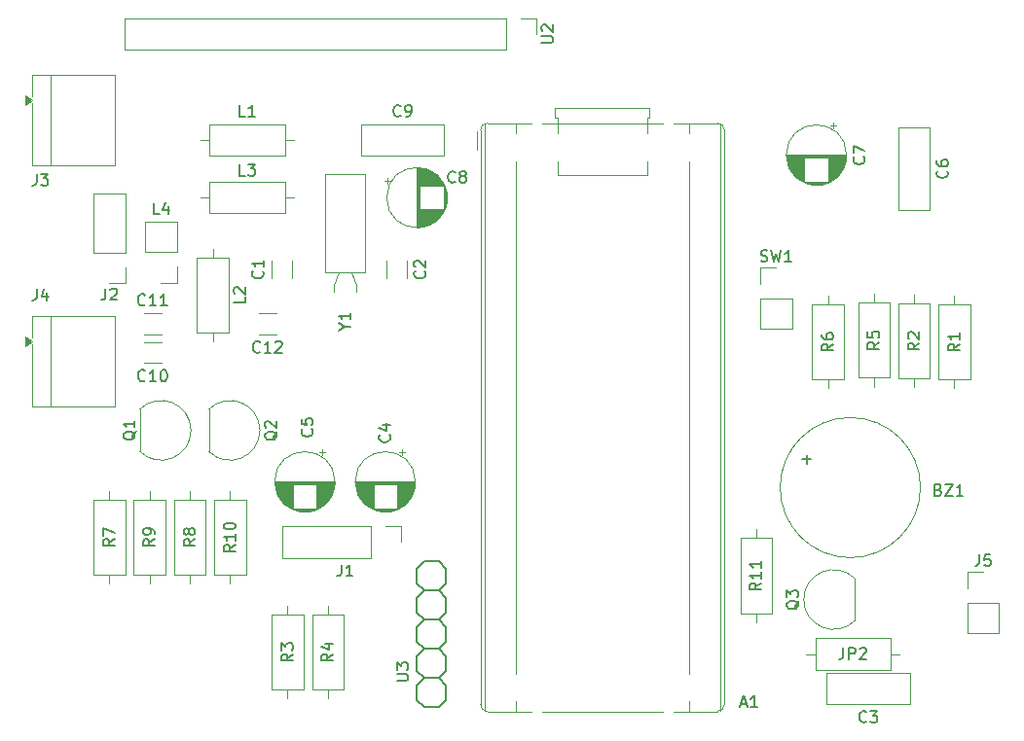
<source format=gbr>
%TF.GenerationSoftware,KiCad,Pcbnew,9.0.3*%
%TF.CreationDate,2025-08-11T18:10:46+02:00*%
%TF.ProjectId,pico-radio-5,7069636f-2d72-4616-9469-6f2d352e6b69,rev?*%
%TF.SameCoordinates,Original*%
%TF.FileFunction,Legend,Top*%
%TF.FilePolarity,Positive*%
%FSLAX46Y46*%
G04 Gerber Fmt 4.6, Leading zero omitted, Abs format (unit mm)*
G04 Created by KiCad (PCBNEW 9.0.3) date 2025-08-11 18:10:46*
%MOMM*%
%LPD*%
G01*
G04 APERTURE LIST*
%ADD10C,0.150000*%
%ADD11C,0.120000*%
%ADD12C,0.152400*%
G04 APERTURE END LIST*
D10*
X97990057Y-93595238D02*
X97942438Y-93690476D01*
X97942438Y-93690476D02*
X97847200Y-93785714D01*
X97847200Y-93785714D02*
X97704342Y-93928571D01*
X97704342Y-93928571D02*
X97656723Y-94023809D01*
X97656723Y-94023809D02*
X97656723Y-94119047D01*
X97894819Y-94071428D02*
X97847200Y-94166666D01*
X97847200Y-94166666D02*
X97751961Y-94261904D01*
X97751961Y-94261904D02*
X97561485Y-94309523D01*
X97561485Y-94309523D02*
X97228152Y-94309523D01*
X97228152Y-94309523D02*
X97037676Y-94261904D01*
X97037676Y-94261904D02*
X96942438Y-94166666D01*
X96942438Y-94166666D02*
X96894819Y-94071428D01*
X96894819Y-94071428D02*
X96894819Y-93880952D01*
X96894819Y-93880952D02*
X96942438Y-93785714D01*
X96942438Y-93785714D02*
X97037676Y-93690476D01*
X97037676Y-93690476D02*
X97228152Y-93642857D01*
X97228152Y-93642857D02*
X97561485Y-93642857D01*
X97561485Y-93642857D02*
X97751961Y-93690476D01*
X97751961Y-93690476D02*
X97847200Y-93785714D01*
X97847200Y-93785714D02*
X97894819Y-93880952D01*
X97894819Y-93880952D02*
X97894819Y-94071428D01*
X96894819Y-93309523D02*
X96894819Y-92690476D01*
X96894819Y-92690476D02*
X97275771Y-93023809D01*
X97275771Y-93023809D02*
X97275771Y-92880952D01*
X97275771Y-92880952D02*
X97323390Y-92785714D01*
X97323390Y-92785714D02*
X97371009Y-92738095D01*
X97371009Y-92738095D02*
X97466247Y-92690476D01*
X97466247Y-92690476D02*
X97704342Y-92690476D01*
X97704342Y-92690476D02*
X97799580Y-92738095D01*
X97799580Y-92738095D02*
X97847200Y-92785714D01*
X97847200Y-92785714D02*
X97894819Y-92880952D01*
X97894819Y-92880952D02*
X97894819Y-93166666D01*
X97894819Y-93166666D02*
X97847200Y-93261904D01*
X97847200Y-93261904D02*
X97799580Y-93309523D01*
X49833333Y-51454819D02*
X49357143Y-51454819D01*
X49357143Y-51454819D02*
X49357143Y-50454819D01*
X50690476Y-51454819D02*
X50119048Y-51454819D01*
X50404762Y-51454819D02*
X50404762Y-50454819D01*
X50404762Y-50454819D02*
X50309524Y-50597676D01*
X50309524Y-50597676D02*
X50214286Y-50692914D01*
X50214286Y-50692914D02*
X50119048Y-50740533D01*
X63333333Y-51359580D02*
X63285714Y-51407200D01*
X63285714Y-51407200D02*
X63142857Y-51454819D01*
X63142857Y-51454819D02*
X63047619Y-51454819D01*
X63047619Y-51454819D02*
X62904762Y-51407200D01*
X62904762Y-51407200D02*
X62809524Y-51311961D01*
X62809524Y-51311961D02*
X62761905Y-51216723D01*
X62761905Y-51216723D02*
X62714286Y-51026247D01*
X62714286Y-51026247D02*
X62714286Y-50883390D01*
X62714286Y-50883390D02*
X62761905Y-50692914D01*
X62761905Y-50692914D02*
X62809524Y-50597676D01*
X62809524Y-50597676D02*
X62904762Y-50502438D01*
X62904762Y-50502438D02*
X63047619Y-50454819D01*
X63047619Y-50454819D02*
X63142857Y-50454819D01*
X63142857Y-50454819D02*
X63285714Y-50502438D01*
X63285714Y-50502438D02*
X63333333Y-50550057D01*
X63809524Y-51454819D02*
X64000000Y-51454819D01*
X64000000Y-51454819D02*
X64095238Y-51407200D01*
X64095238Y-51407200D02*
X64142857Y-51359580D01*
X64142857Y-51359580D02*
X64238095Y-51216723D01*
X64238095Y-51216723D02*
X64285714Y-51026247D01*
X64285714Y-51026247D02*
X64285714Y-50645295D01*
X64285714Y-50645295D02*
X64238095Y-50550057D01*
X64238095Y-50550057D02*
X64190476Y-50502438D01*
X64190476Y-50502438D02*
X64095238Y-50454819D01*
X64095238Y-50454819D02*
X63904762Y-50454819D01*
X63904762Y-50454819D02*
X63809524Y-50502438D01*
X63809524Y-50502438D02*
X63761905Y-50550057D01*
X63761905Y-50550057D02*
X63714286Y-50645295D01*
X63714286Y-50645295D02*
X63714286Y-50883390D01*
X63714286Y-50883390D02*
X63761905Y-50978628D01*
X63761905Y-50978628D02*
X63809524Y-51026247D01*
X63809524Y-51026247D02*
X63904762Y-51073866D01*
X63904762Y-51073866D02*
X64095238Y-51073866D01*
X64095238Y-51073866D02*
X64190476Y-51026247D01*
X64190476Y-51026247D02*
X64238095Y-50978628D01*
X64238095Y-50978628D02*
X64285714Y-50883390D01*
X68083333Y-57109580D02*
X68035714Y-57157200D01*
X68035714Y-57157200D02*
X67892857Y-57204819D01*
X67892857Y-57204819D02*
X67797619Y-57204819D01*
X67797619Y-57204819D02*
X67654762Y-57157200D01*
X67654762Y-57157200D02*
X67559524Y-57061961D01*
X67559524Y-57061961D02*
X67511905Y-56966723D01*
X67511905Y-56966723D02*
X67464286Y-56776247D01*
X67464286Y-56776247D02*
X67464286Y-56633390D01*
X67464286Y-56633390D02*
X67511905Y-56442914D01*
X67511905Y-56442914D02*
X67559524Y-56347676D01*
X67559524Y-56347676D02*
X67654762Y-56252438D01*
X67654762Y-56252438D02*
X67797619Y-56204819D01*
X67797619Y-56204819D02*
X67892857Y-56204819D01*
X67892857Y-56204819D02*
X68035714Y-56252438D01*
X68035714Y-56252438D02*
X68083333Y-56300057D01*
X68654762Y-56633390D02*
X68559524Y-56585771D01*
X68559524Y-56585771D02*
X68511905Y-56538152D01*
X68511905Y-56538152D02*
X68464286Y-56442914D01*
X68464286Y-56442914D02*
X68464286Y-56395295D01*
X68464286Y-56395295D02*
X68511905Y-56300057D01*
X68511905Y-56300057D02*
X68559524Y-56252438D01*
X68559524Y-56252438D02*
X68654762Y-56204819D01*
X68654762Y-56204819D02*
X68845238Y-56204819D01*
X68845238Y-56204819D02*
X68940476Y-56252438D01*
X68940476Y-56252438D02*
X68988095Y-56300057D01*
X68988095Y-56300057D02*
X69035714Y-56395295D01*
X69035714Y-56395295D02*
X69035714Y-56442914D01*
X69035714Y-56442914D02*
X68988095Y-56538152D01*
X68988095Y-56538152D02*
X68940476Y-56585771D01*
X68940476Y-56585771D02*
X68845238Y-56633390D01*
X68845238Y-56633390D02*
X68654762Y-56633390D01*
X68654762Y-56633390D02*
X68559524Y-56681009D01*
X68559524Y-56681009D02*
X68511905Y-56728628D01*
X68511905Y-56728628D02*
X68464286Y-56823866D01*
X68464286Y-56823866D02*
X68464286Y-57014342D01*
X68464286Y-57014342D02*
X68511905Y-57109580D01*
X68511905Y-57109580D02*
X68559524Y-57157200D01*
X68559524Y-57157200D02*
X68654762Y-57204819D01*
X68654762Y-57204819D02*
X68845238Y-57204819D01*
X68845238Y-57204819D02*
X68940476Y-57157200D01*
X68940476Y-57157200D02*
X68988095Y-57109580D01*
X68988095Y-57109580D02*
X69035714Y-57014342D01*
X69035714Y-57014342D02*
X69035714Y-56823866D01*
X69035714Y-56823866D02*
X68988095Y-56728628D01*
X68988095Y-56728628D02*
X68940476Y-56681009D01*
X68940476Y-56681009D02*
X68845238Y-56633390D01*
X94666667Y-64027200D02*
X94809524Y-64074819D01*
X94809524Y-64074819D02*
X95047619Y-64074819D01*
X95047619Y-64074819D02*
X95142857Y-64027200D01*
X95142857Y-64027200D02*
X95190476Y-63979580D01*
X95190476Y-63979580D02*
X95238095Y-63884342D01*
X95238095Y-63884342D02*
X95238095Y-63789104D01*
X95238095Y-63789104D02*
X95190476Y-63693866D01*
X95190476Y-63693866D02*
X95142857Y-63646247D01*
X95142857Y-63646247D02*
X95047619Y-63598628D01*
X95047619Y-63598628D02*
X94857143Y-63551009D01*
X94857143Y-63551009D02*
X94761905Y-63503390D01*
X94761905Y-63503390D02*
X94714286Y-63455771D01*
X94714286Y-63455771D02*
X94666667Y-63360533D01*
X94666667Y-63360533D02*
X94666667Y-63265295D01*
X94666667Y-63265295D02*
X94714286Y-63170057D01*
X94714286Y-63170057D02*
X94761905Y-63122438D01*
X94761905Y-63122438D02*
X94857143Y-63074819D01*
X94857143Y-63074819D02*
X95095238Y-63074819D01*
X95095238Y-63074819D02*
X95238095Y-63122438D01*
X95571429Y-63074819D02*
X95809524Y-64074819D01*
X95809524Y-64074819D02*
X96000000Y-63360533D01*
X96000000Y-63360533D02*
X96190476Y-64074819D01*
X96190476Y-64074819D02*
X96428572Y-63074819D01*
X97333333Y-64074819D02*
X96761905Y-64074819D01*
X97047619Y-64074819D02*
X97047619Y-63074819D01*
X97047619Y-63074819D02*
X96952381Y-63217676D01*
X96952381Y-63217676D02*
X96857143Y-63312914D01*
X96857143Y-63312914D02*
X96761905Y-63360533D01*
X37666666Y-66414819D02*
X37666666Y-67129104D01*
X37666666Y-67129104D02*
X37619047Y-67271961D01*
X37619047Y-67271961D02*
X37523809Y-67367200D01*
X37523809Y-67367200D02*
X37380952Y-67414819D01*
X37380952Y-67414819D02*
X37285714Y-67414819D01*
X38095238Y-66510057D02*
X38142857Y-66462438D01*
X38142857Y-66462438D02*
X38238095Y-66414819D01*
X38238095Y-66414819D02*
X38476190Y-66414819D01*
X38476190Y-66414819D02*
X38571428Y-66462438D01*
X38571428Y-66462438D02*
X38619047Y-66510057D01*
X38619047Y-66510057D02*
X38666666Y-66605295D01*
X38666666Y-66605295D02*
X38666666Y-66700533D01*
X38666666Y-66700533D02*
X38619047Y-66843390D01*
X38619047Y-66843390D02*
X38047619Y-67414819D01*
X38047619Y-67414819D02*
X38666666Y-67414819D01*
X53954819Y-98246666D02*
X53478628Y-98579999D01*
X53954819Y-98818094D02*
X52954819Y-98818094D01*
X52954819Y-98818094D02*
X52954819Y-98437142D01*
X52954819Y-98437142D02*
X53002438Y-98341904D01*
X53002438Y-98341904D02*
X53050057Y-98294285D01*
X53050057Y-98294285D02*
X53145295Y-98246666D01*
X53145295Y-98246666D02*
X53288152Y-98246666D01*
X53288152Y-98246666D02*
X53383390Y-98294285D01*
X53383390Y-98294285D02*
X53431009Y-98341904D01*
X53431009Y-98341904D02*
X53478628Y-98437142D01*
X53478628Y-98437142D02*
X53478628Y-98818094D01*
X52954819Y-97913332D02*
X52954819Y-97294285D01*
X52954819Y-97294285D02*
X53335771Y-97627618D01*
X53335771Y-97627618D02*
X53335771Y-97484761D01*
X53335771Y-97484761D02*
X53383390Y-97389523D01*
X53383390Y-97389523D02*
X53431009Y-97341904D01*
X53431009Y-97341904D02*
X53526247Y-97294285D01*
X53526247Y-97294285D02*
X53764342Y-97294285D01*
X53764342Y-97294285D02*
X53859580Y-97341904D01*
X53859580Y-97341904D02*
X53907200Y-97389523D01*
X53907200Y-97389523D02*
X53954819Y-97484761D01*
X53954819Y-97484761D02*
X53954819Y-97770475D01*
X53954819Y-97770475D02*
X53907200Y-97865713D01*
X53907200Y-97865713D02*
X53859580Y-97913332D01*
X103609580Y-54961554D02*
X103657200Y-55009173D01*
X103657200Y-55009173D02*
X103704819Y-55152030D01*
X103704819Y-55152030D02*
X103704819Y-55247268D01*
X103704819Y-55247268D02*
X103657200Y-55390125D01*
X103657200Y-55390125D02*
X103561961Y-55485363D01*
X103561961Y-55485363D02*
X103466723Y-55532982D01*
X103466723Y-55532982D02*
X103276247Y-55580601D01*
X103276247Y-55580601D02*
X103133390Y-55580601D01*
X103133390Y-55580601D02*
X102942914Y-55532982D01*
X102942914Y-55532982D02*
X102847676Y-55485363D01*
X102847676Y-55485363D02*
X102752438Y-55390125D01*
X102752438Y-55390125D02*
X102704819Y-55247268D01*
X102704819Y-55247268D02*
X102704819Y-55152030D01*
X102704819Y-55152030D02*
X102752438Y-55009173D01*
X102752438Y-55009173D02*
X102800057Y-54961554D01*
X102704819Y-54628220D02*
X102704819Y-53961554D01*
X102704819Y-53961554D02*
X103704819Y-54390125D01*
X49824819Y-67166666D02*
X49824819Y-67642856D01*
X49824819Y-67642856D02*
X48824819Y-67642856D01*
X48920057Y-66880951D02*
X48872438Y-66833332D01*
X48872438Y-66833332D02*
X48824819Y-66738094D01*
X48824819Y-66738094D02*
X48824819Y-66499999D01*
X48824819Y-66499999D02*
X48872438Y-66404761D01*
X48872438Y-66404761D02*
X48920057Y-66357142D01*
X48920057Y-66357142D02*
X49015295Y-66309523D01*
X49015295Y-66309523D02*
X49110533Y-66309523D01*
X49110533Y-66309523D02*
X49253390Y-66357142D01*
X49253390Y-66357142D02*
X49824819Y-66928570D01*
X49824819Y-66928570D02*
X49824819Y-66309523D01*
X57454819Y-98246666D02*
X56978628Y-98579999D01*
X57454819Y-98818094D02*
X56454819Y-98818094D01*
X56454819Y-98818094D02*
X56454819Y-98437142D01*
X56454819Y-98437142D02*
X56502438Y-98341904D01*
X56502438Y-98341904D02*
X56550057Y-98294285D01*
X56550057Y-98294285D02*
X56645295Y-98246666D01*
X56645295Y-98246666D02*
X56788152Y-98246666D01*
X56788152Y-98246666D02*
X56883390Y-98294285D01*
X56883390Y-98294285D02*
X56931009Y-98341904D01*
X56931009Y-98341904D02*
X56978628Y-98437142D01*
X56978628Y-98437142D02*
X56978628Y-98818094D01*
X56788152Y-97389523D02*
X57454819Y-97389523D01*
X56407200Y-97627618D02*
X57121485Y-97865713D01*
X57121485Y-97865713D02*
X57121485Y-97246666D01*
X101836666Y-97704819D02*
X101836666Y-98419104D01*
X101836666Y-98419104D02*
X101789047Y-98561961D01*
X101789047Y-98561961D02*
X101693809Y-98657200D01*
X101693809Y-98657200D02*
X101550952Y-98704819D01*
X101550952Y-98704819D02*
X101455714Y-98704819D01*
X102312857Y-98704819D02*
X102312857Y-97704819D01*
X102312857Y-97704819D02*
X102693809Y-97704819D01*
X102693809Y-97704819D02*
X102789047Y-97752438D01*
X102789047Y-97752438D02*
X102836666Y-97800057D01*
X102836666Y-97800057D02*
X102884285Y-97895295D01*
X102884285Y-97895295D02*
X102884285Y-98038152D01*
X102884285Y-98038152D02*
X102836666Y-98133390D01*
X102836666Y-98133390D02*
X102789047Y-98181009D01*
X102789047Y-98181009D02*
X102693809Y-98228628D01*
X102693809Y-98228628D02*
X102312857Y-98228628D01*
X103265238Y-97800057D02*
X103312857Y-97752438D01*
X103312857Y-97752438D02*
X103408095Y-97704819D01*
X103408095Y-97704819D02*
X103646190Y-97704819D01*
X103646190Y-97704819D02*
X103741428Y-97752438D01*
X103741428Y-97752438D02*
X103789047Y-97800057D01*
X103789047Y-97800057D02*
X103836666Y-97895295D01*
X103836666Y-97895295D02*
X103836666Y-97990533D01*
X103836666Y-97990533D02*
X103789047Y-98133390D01*
X103789047Y-98133390D02*
X103217619Y-98704819D01*
X103217619Y-98704819D02*
X103836666Y-98704819D01*
X38454819Y-88246666D02*
X37978628Y-88579999D01*
X38454819Y-88818094D02*
X37454819Y-88818094D01*
X37454819Y-88818094D02*
X37454819Y-88437142D01*
X37454819Y-88437142D02*
X37502438Y-88341904D01*
X37502438Y-88341904D02*
X37550057Y-88294285D01*
X37550057Y-88294285D02*
X37645295Y-88246666D01*
X37645295Y-88246666D02*
X37788152Y-88246666D01*
X37788152Y-88246666D02*
X37883390Y-88294285D01*
X37883390Y-88294285D02*
X37931009Y-88341904D01*
X37931009Y-88341904D02*
X37978628Y-88437142D01*
X37978628Y-88437142D02*
X37978628Y-88818094D01*
X37454819Y-87913332D02*
X37454819Y-87246666D01*
X37454819Y-87246666D02*
X38454819Y-87675237D01*
X65409580Y-64916666D02*
X65457200Y-64964285D01*
X65457200Y-64964285D02*
X65504819Y-65107142D01*
X65504819Y-65107142D02*
X65504819Y-65202380D01*
X65504819Y-65202380D02*
X65457200Y-65345237D01*
X65457200Y-65345237D02*
X65361961Y-65440475D01*
X65361961Y-65440475D02*
X65266723Y-65488094D01*
X65266723Y-65488094D02*
X65076247Y-65535713D01*
X65076247Y-65535713D02*
X64933390Y-65535713D01*
X64933390Y-65535713D02*
X64742914Y-65488094D01*
X64742914Y-65488094D02*
X64647676Y-65440475D01*
X64647676Y-65440475D02*
X64552438Y-65345237D01*
X64552438Y-65345237D02*
X64504819Y-65202380D01*
X64504819Y-65202380D02*
X64504819Y-65107142D01*
X64504819Y-65107142D02*
X64552438Y-64964285D01*
X64552438Y-64964285D02*
X64600057Y-64916666D01*
X64600057Y-64535713D02*
X64552438Y-64488094D01*
X64552438Y-64488094D02*
X64504819Y-64392856D01*
X64504819Y-64392856D02*
X64504819Y-64154761D01*
X64504819Y-64154761D02*
X64552438Y-64059523D01*
X64552438Y-64059523D02*
X64600057Y-64011904D01*
X64600057Y-64011904D02*
X64695295Y-63964285D01*
X64695295Y-63964285D02*
X64790533Y-63964285D01*
X64790533Y-63964285D02*
X64933390Y-64011904D01*
X64933390Y-64011904D02*
X65504819Y-64583332D01*
X65504819Y-64583332D02*
X65504819Y-63964285D01*
X48954819Y-88722857D02*
X48478628Y-89056190D01*
X48954819Y-89294285D02*
X47954819Y-89294285D01*
X47954819Y-89294285D02*
X47954819Y-88913333D01*
X47954819Y-88913333D02*
X48002438Y-88818095D01*
X48002438Y-88818095D02*
X48050057Y-88770476D01*
X48050057Y-88770476D02*
X48145295Y-88722857D01*
X48145295Y-88722857D02*
X48288152Y-88722857D01*
X48288152Y-88722857D02*
X48383390Y-88770476D01*
X48383390Y-88770476D02*
X48431009Y-88818095D01*
X48431009Y-88818095D02*
X48478628Y-88913333D01*
X48478628Y-88913333D02*
X48478628Y-89294285D01*
X48954819Y-87770476D02*
X48954819Y-88341904D01*
X48954819Y-88056190D02*
X47954819Y-88056190D01*
X47954819Y-88056190D02*
X48097676Y-88151428D01*
X48097676Y-88151428D02*
X48192914Y-88246666D01*
X48192914Y-88246666D02*
X48240533Y-88341904D01*
X47954819Y-87151428D02*
X47954819Y-87056190D01*
X47954819Y-87056190D02*
X48002438Y-86960952D01*
X48002438Y-86960952D02*
X48050057Y-86913333D01*
X48050057Y-86913333D02*
X48145295Y-86865714D01*
X48145295Y-86865714D02*
X48335771Y-86818095D01*
X48335771Y-86818095D02*
X48573866Y-86818095D01*
X48573866Y-86818095D02*
X48764342Y-86865714D01*
X48764342Y-86865714D02*
X48859580Y-86913333D01*
X48859580Y-86913333D02*
X48907200Y-86960952D01*
X48907200Y-86960952D02*
X48954819Y-87056190D01*
X48954819Y-87056190D02*
X48954819Y-87151428D01*
X48954819Y-87151428D02*
X48907200Y-87246666D01*
X48907200Y-87246666D02*
X48859580Y-87294285D01*
X48859580Y-87294285D02*
X48764342Y-87341904D01*
X48764342Y-87341904D02*
X48573866Y-87389523D01*
X48573866Y-87389523D02*
X48335771Y-87389523D01*
X48335771Y-87389523D02*
X48145295Y-87341904D01*
X48145295Y-87341904D02*
X48050057Y-87294285D01*
X48050057Y-87294285D02*
X48002438Y-87246666D01*
X48002438Y-87246666D02*
X47954819Y-87151428D01*
X110859580Y-56166666D02*
X110907200Y-56214285D01*
X110907200Y-56214285D02*
X110954819Y-56357142D01*
X110954819Y-56357142D02*
X110954819Y-56452380D01*
X110954819Y-56452380D02*
X110907200Y-56595237D01*
X110907200Y-56595237D02*
X110811961Y-56690475D01*
X110811961Y-56690475D02*
X110716723Y-56738094D01*
X110716723Y-56738094D02*
X110526247Y-56785713D01*
X110526247Y-56785713D02*
X110383390Y-56785713D01*
X110383390Y-56785713D02*
X110192914Y-56738094D01*
X110192914Y-56738094D02*
X110097676Y-56690475D01*
X110097676Y-56690475D02*
X110002438Y-56595237D01*
X110002438Y-56595237D02*
X109954819Y-56452380D01*
X109954819Y-56452380D02*
X109954819Y-56357142D01*
X109954819Y-56357142D02*
X110002438Y-56214285D01*
X110002438Y-56214285D02*
X110050057Y-56166666D01*
X109954819Y-55309523D02*
X109954819Y-55499999D01*
X109954819Y-55499999D02*
X110002438Y-55595237D01*
X110002438Y-55595237D02*
X110050057Y-55642856D01*
X110050057Y-55642856D02*
X110192914Y-55738094D01*
X110192914Y-55738094D02*
X110383390Y-55785713D01*
X110383390Y-55785713D02*
X110764342Y-55785713D01*
X110764342Y-55785713D02*
X110859580Y-55738094D01*
X110859580Y-55738094D02*
X110907200Y-55690475D01*
X110907200Y-55690475D02*
X110954819Y-55595237D01*
X110954819Y-55595237D02*
X110954819Y-55404761D01*
X110954819Y-55404761D02*
X110907200Y-55309523D01*
X110907200Y-55309523D02*
X110859580Y-55261904D01*
X110859580Y-55261904D02*
X110764342Y-55214285D01*
X110764342Y-55214285D02*
X110526247Y-55214285D01*
X110526247Y-55214285D02*
X110431009Y-55261904D01*
X110431009Y-55261904D02*
X110383390Y-55309523D01*
X110383390Y-55309523D02*
X110335771Y-55404761D01*
X110335771Y-55404761D02*
X110335771Y-55595237D01*
X110335771Y-55595237D02*
X110383390Y-55690475D01*
X110383390Y-55690475D02*
X110431009Y-55738094D01*
X110431009Y-55738094D02*
X110526247Y-55785713D01*
X75584819Y-45011904D02*
X76394342Y-45011904D01*
X76394342Y-45011904D02*
X76489580Y-44964285D01*
X76489580Y-44964285D02*
X76537200Y-44916666D01*
X76537200Y-44916666D02*
X76584819Y-44821428D01*
X76584819Y-44821428D02*
X76584819Y-44630952D01*
X76584819Y-44630952D02*
X76537200Y-44535714D01*
X76537200Y-44535714D02*
X76489580Y-44488095D01*
X76489580Y-44488095D02*
X76394342Y-44440476D01*
X76394342Y-44440476D02*
X75584819Y-44440476D01*
X75680057Y-44011904D02*
X75632438Y-43964285D01*
X75632438Y-43964285D02*
X75584819Y-43869047D01*
X75584819Y-43869047D02*
X75584819Y-43630952D01*
X75584819Y-43630952D02*
X75632438Y-43535714D01*
X75632438Y-43535714D02*
X75680057Y-43488095D01*
X75680057Y-43488095D02*
X75775295Y-43440476D01*
X75775295Y-43440476D02*
X75870533Y-43440476D01*
X75870533Y-43440476D02*
X76013390Y-43488095D01*
X76013390Y-43488095D02*
X76584819Y-44059523D01*
X76584819Y-44059523D02*
X76584819Y-43440476D01*
X31666666Y-56454819D02*
X31666666Y-57169104D01*
X31666666Y-57169104D02*
X31619047Y-57311961D01*
X31619047Y-57311961D02*
X31523809Y-57407200D01*
X31523809Y-57407200D02*
X31380952Y-57454819D01*
X31380952Y-57454819D02*
X31285714Y-57454819D01*
X32047619Y-56454819D02*
X32666666Y-56454819D01*
X32666666Y-56454819D02*
X32333333Y-56835771D01*
X32333333Y-56835771D02*
X32476190Y-56835771D01*
X32476190Y-56835771D02*
X32571428Y-56883390D01*
X32571428Y-56883390D02*
X32619047Y-56931009D01*
X32619047Y-56931009D02*
X32666666Y-57026247D01*
X32666666Y-57026247D02*
X32666666Y-57264342D01*
X32666666Y-57264342D02*
X32619047Y-57359580D01*
X32619047Y-57359580D02*
X32571428Y-57407200D01*
X32571428Y-57407200D02*
X32476190Y-57454819D01*
X32476190Y-57454819D02*
X32190476Y-57454819D01*
X32190476Y-57454819D02*
X32095238Y-57407200D01*
X32095238Y-57407200D02*
X32047619Y-57359580D01*
X94704819Y-92062857D02*
X94228628Y-92396190D01*
X94704819Y-92634285D02*
X93704819Y-92634285D01*
X93704819Y-92634285D02*
X93704819Y-92253333D01*
X93704819Y-92253333D02*
X93752438Y-92158095D01*
X93752438Y-92158095D02*
X93800057Y-92110476D01*
X93800057Y-92110476D02*
X93895295Y-92062857D01*
X93895295Y-92062857D02*
X94038152Y-92062857D01*
X94038152Y-92062857D02*
X94133390Y-92110476D01*
X94133390Y-92110476D02*
X94181009Y-92158095D01*
X94181009Y-92158095D02*
X94228628Y-92253333D01*
X94228628Y-92253333D02*
X94228628Y-92634285D01*
X94704819Y-91110476D02*
X94704819Y-91681904D01*
X94704819Y-91396190D02*
X93704819Y-91396190D01*
X93704819Y-91396190D02*
X93847676Y-91491428D01*
X93847676Y-91491428D02*
X93942914Y-91586666D01*
X93942914Y-91586666D02*
X93990533Y-91681904D01*
X94704819Y-90158095D02*
X94704819Y-90729523D01*
X94704819Y-90443809D02*
X93704819Y-90443809D01*
X93704819Y-90443809D02*
X93847676Y-90539047D01*
X93847676Y-90539047D02*
X93942914Y-90634285D01*
X93942914Y-90634285D02*
X93990533Y-90729523D01*
X41954819Y-88246666D02*
X41478628Y-88579999D01*
X41954819Y-88818094D02*
X40954819Y-88818094D01*
X40954819Y-88818094D02*
X40954819Y-88437142D01*
X40954819Y-88437142D02*
X41002438Y-88341904D01*
X41002438Y-88341904D02*
X41050057Y-88294285D01*
X41050057Y-88294285D02*
X41145295Y-88246666D01*
X41145295Y-88246666D02*
X41288152Y-88246666D01*
X41288152Y-88246666D02*
X41383390Y-88294285D01*
X41383390Y-88294285D02*
X41431009Y-88341904D01*
X41431009Y-88341904D02*
X41478628Y-88437142D01*
X41478628Y-88437142D02*
X41478628Y-88818094D01*
X41954819Y-87770475D02*
X41954819Y-87579999D01*
X41954819Y-87579999D02*
X41907200Y-87484761D01*
X41907200Y-87484761D02*
X41859580Y-87437142D01*
X41859580Y-87437142D02*
X41716723Y-87341904D01*
X41716723Y-87341904D02*
X41526247Y-87294285D01*
X41526247Y-87294285D02*
X41145295Y-87294285D01*
X41145295Y-87294285D02*
X41050057Y-87341904D01*
X41050057Y-87341904D02*
X41002438Y-87389523D01*
X41002438Y-87389523D02*
X40954819Y-87484761D01*
X40954819Y-87484761D02*
X40954819Y-87675237D01*
X40954819Y-87675237D02*
X41002438Y-87770475D01*
X41002438Y-87770475D02*
X41050057Y-87818094D01*
X41050057Y-87818094D02*
X41145295Y-87865713D01*
X41145295Y-87865713D02*
X41383390Y-87865713D01*
X41383390Y-87865713D02*
X41478628Y-87818094D01*
X41478628Y-87818094D02*
X41526247Y-87770475D01*
X41526247Y-87770475D02*
X41573866Y-87675237D01*
X41573866Y-87675237D02*
X41573866Y-87484761D01*
X41573866Y-87484761D02*
X41526247Y-87389523D01*
X41526247Y-87389523D02*
X41478628Y-87341904D01*
X41478628Y-87341904D02*
X41383390Y-87294285D01*
X40300057Y-78845238D02*
X40252438Y-78940476D01*
X40252438Y-78940476D02*
X40157200Y-79035714D01*
X40157200Y-79035714D02*
X40014342Y-79178571D01*
X40014342Y-79178571D02*
X39966723Y-79273809D01*
X39966723Y-79273809D02*
X39966723Y-79369047D01*
X40204819Y-79321428D02*
X40157200Y-79416666D01*
X40157200Y-79416666D02*
X40061961Y-79511904D01*
X40061961Y-79511904D02*
X39871485Y-79559523D01*
X39871485Y-79559523D02*
X39538152Y-79559523D01*
X39538152Y-79559523D02*
X39347676Y-79511904D01*
X39347676Y-79511904D02*
X39252438Y-79416666D01*
X39252438Y-79416666D02*
X39204819Y-79321428D01*
X39204819Y-79321428D02*
X39204819Y-79130952D01*
X39204819Y-79130952D02*
X39252438Y-79035714D01*
X39252438Y-79035714D02*
X39347676Y-78940476D01*
X39347676Y-78940476D02*
X39538152Y-78892857D01*
X39538152Y-78892857D02*
X39871485Y-78892857D01*
X39871485Y-78892857D02*
X40061961Y-78940476D01*
X40061961Y-78940476D02*
X40157200Y-79035714D01*
X40157200Y-79035714D02*
X40204819Y-79130952D01*
X40204819Y-79130952D02*
X40204819Y-79321428D01*
X40204819Y-77940476D02*
X40204819Y-78511904D01*
X40204819Y-78226190D02*
X39204819Y-78226190D01*
X39204819Y-78226190D02*
X39347676Y-78321428D01*
X39347676Y-78321428D02*
X39442914Y-78416666D01*
X39442914Y-78416666D02*
X39490533Y-78511904D01*
X58166666Y-90454819D02*
X58166666Y-91169104D01*
X58166666Y-91169104D02*
X58119047Y-91311961D01*
X58119047Y-91311961D02*
X58023809Y-91407200D01*
X58023809Y-91407200D02*
X57880952Y-91454819D01*
X57880952Y-91454819D02*
X57785714Y-91454819D01*
X59166666Y-91454819D02*
X58595238Y-91454819D01*
X58880952Y-91454819D02*
X58880952Y-90454819D01*
X58880952Y-90454819D02*
X58785714Y-90597676D01*
X58785714Y-90597676D02*
X58690476Y-90692914D01*
X58690476Y-90692914D02*
X58595238Y-90740533D01*
X58478628Y-69726190D02*
X58954819Y-69726190D01*
X57954819Y-70059523D02*
X58478628Y-69726190D01*
X58478628Y-69726190D02*
X57954819Y-69392857D01*
X58954819Y-68535714D02*
X58954819Y-69107142D01*
X58954819Y-68821428D02*
X57954819Y-68821428D01*
X57954819Y-68821428D02*
X58097676Y-68916666D01*
X58097676Y-68916666D02*
X58192914Y-69011904D01*
X58192914Y-69011904D02*
X58240533Y-69107142D01*
X45454819Y-88246666D02*
X44978628Y-88579999D01*
X45454819Y-88818094D02*
X44454819Y-88818094D01*
X44454819Y-88818094D02*
X44454819Y-88437142D01*
X44454819Y-88437142D02*
X44502438Y-88341904D01*
X44502438Y-88341904D02*
X44550057Y-88294285D01*
X44550057Y-88294285D02*
X44645295Y-88246666D01*
X44645295Y-88246666D02*
X44788152Y-88246666D01*
X44788152Y-88246666D02*
X44883390Y-88294285D01*
X44883390Y-88294285D02*
X44931009Y-88341904D01*
X44931009Y-88341904D02*
X44978628Y-88437142D01*
X44978628Y-88437142D02*
X44978628Y-88818094D01*
X44883390Y-87675237D02*
X44835771Y-87770475D01*
X44835771Y-87770475D02*
X44788152Y-87818094D01*
X44788152Y-87818094D02*
X44692914Y-87865713D01*
X44692914Y-87865713D02*
X44645295Y-87865713D01*
X44645295Y-87865713D02*
X44550057Y-87818094D01*
X44550057Y-87818094D02*
X44502438Y-87770475D01*
X44502438Y-87770475D02*
X44454819Y-87675237D01*
X44454819Y-87675237D02*
X44454819Y-87484761D01*
X44454819Y-87484761D02*
X44502438Y-87389523D01*
X44502438Y-87389523D02*
X44550057Y-87341904D01*
X44550057Y-87341904D02*
X44645295Y-87294285D01*
X44645295Y-87294285D02*
X44692914Y-87294285D01*
X44692914Y-87294285D02*
X44788152Y-87341904D01*
X44788152Y-87341904D02*
X44835771Y-87389523D01*
X44835771Y-87389523D02*
X44883390Y-87484761D01*
X44883390Y-87484761D02*
X44883390Y-87675237D01*
X44883390Y-87675237D02*
X44931009Y-87770475D01*
X44931009Y-87770475D02*
X44978628Y-87818094D01*
X44978628Y-87818094D02*
X45073866Y-87865713D01*
X45073866Y-87865713D02*
X45264342Y-87865713D01*
X45264342Y-87865713D02*
X45359580Y-87818094D01*
X45359580Y-87818094D02*
X45407200Y-87770475D01*
X45407200Y-87770475D02*
X45454819Y-87675237D01*
X45454819Y-87675237D02*
X45454819Y-87484761D01*
X45454819Y-87484761D02*
X45407200Y-87389523D01*
X45407200Y-87389523D02*
X45359580Y-87341904D01*
X45359580Y-87341904D02*
X45264342Y-87294285D01*
X45264342Y-87294285D02*
X45073866Y-87294285D01*
X45073866Y-87294285D02*
X44978628Y-87341904D01*
X44978628Y-87341904D02*
X44931009Y-87389523D01*
X44931009Y-87389523D02*
X44883390Y-87484761D01*
X113666666Y-89574819D02*
X113666666Y-90289104D01*
X113666666Y-90289104D02*
X113619047Y-90431961D01*
X113619047Y-90431961D02*
X113523809Y-90527200D01*
X113523809Y-90527200D02*
X113380952Y-90574819D01*
X113380952Y-90574819D02*
X113285714Y-90574819D01*
X114619047Y-89574819D02*
X114142857Y-89574819D01*
X114142857Y-89574819D02*
X114095238Y-90051009D01*
X114095238Y-90051009D02*
X114142857Y-90003390D01*
X114142857Y-90003390D02*
X114238095Y-89955771D01*
X114238095Y-89955771D02*
X114476190Y-89955771D01*
X114476190Y-89955771D02*
X114571428Y-90003390D01*
X114571428Y-90003390D02*
X114619047Y-90051009D01*
X114619047Y-90051009D02*
X114666666Y-90146247D01*
X114666666Y-90146247D02*
X114666666Y-90384342D01*
X114666666Y-90384342D02*
X114619047Y-90479580D01*
X114619047Y-90479580D02*
X114571428Y-90527200D01*
X114571428Y-90527200D02*
X114476190Y-90574819D01*
X114476190Y-90574819D02*
X114238095Y-90574819D01*
X114238095Y-90574819D02*
X114142857Y-90527200D01*
X114142857Y-90527200D02*
X114095238Y-90479580D01*
X51107142Y-71909580D02*
X51059523Y-71957200D01*
X51059523Y-71957200D02*
X50916666Y-72004819D01*
X50916666Y-72004819D02*
X50821428Y-72004819D01*
X50821428Y-72004819D02*
X50678571Y-71957200D01*
X50678571Y-71957200D02*
X50583333Y-71861961D01*
X50583333Y-71861961D02*
X50535714Y-71766723D01*
X50535714Y-71766723D02*
X50488095Y-71576247D01*
X50488095Y-71576247D02*
X50488095Y-71433390D01*
X50488095Y-71433390D02*
X50535714Y-71242914D01*
X50535714Y-71242914D02*
X50583333Y-71147676D01*
X50583333Y-71147676D02*
X50678571Y-71052438D01*
X50678571Y-71052438D02*
X50821428Y-71004819D01*
X50821428Y-71004819D02*
X50916666Y-71004819D01*
X50916666Y-71004819D02*
X51059523Y-71052438D01*
X51059523Y-71052438D02*
X51107142Y-71100057D01*
X52059523Y-72004819D02*
X51488095Y-72004819D01*
X51773809Y-72004819D02*
X51773809Y-71004819D01*
X51773809Y-71004819D02*
X51678571Y-71147676D01*
X51678571Y-71147676D02*
X51583333Y-71242914D01*
X51583333Y-71242914D02*
X51488095Y-71290533D01*
X52440476Y-71100057D02*
X52488095Y-71052438D01*
X52488095Y-71052438D02*
X52583333Y-71004819D01*
X52583333Y-71004819D02*
X52821428Y-71004819D01*
X52821428Y-71004819D02*
X52916666Y-71052438D01*
X52916666Y-71052438D02*
X52964285Y-71100057D01*
X52964285Y-71100057D02*
X53011904Y-71195295D01*
X53011904Y-71195295D02*
X53011904Y-71290533D01*
X53011904Y-71290533D02*
X52964285Y-71433390D01*
X52964285Y-71433390D02*
X52392857Y-72004819D01*
X52392857Y-72004819D02*
X53011904Y-72004819D01*
X42333333Y-59954819D02*
X41857143Y-59954819D01*
X41857143Y-59954819D02*
X41857143Y-58954819D01*
X43095238Y-59288152D02*
X43095238Y-59954819D01*
X42857143Y-58907200D02*
X42619048Y-59621485D01*
X42619048Y-59621485D02*
X43238095Y-59621485D01*
X104954819Y-71086666D02*
X104478628Y-71419999D01*
X104954819Y-71658094D02*
X103954819Y-71658094D01*
X103954819Y-71658094D02*
X103954819Y-71277142D01*
X103954819Y-71277142D02*
X104002438Y-71181904D01*
X104002438Y-71181904D02*
X104050057Y-71134285D01*
X104050057Y-71134285D02*
X104145295Y-71086666D01*
X104145295Y-71086666D02*
X104288152Y-71086666D01*
X104288152Y-71086666D02*
X104383390Y-71134285D01*
X104383390Y-71134285D02*
X104431009Y-71181904D01*
X104431009Y-71181904D02*
X104478628Y-71277142D01*
X104478628Y-71277142D02*
X104478628Y-71658094D01*
X103954819Y-70181904D02*
X103954819Y-70658094D01*
X103954819Y-70658094D02*
X104431009Y-70705713D01*
X104431009Y-70705713D02*
X104383390Y-70658094D01*
X104383390Y-70658094D02*
X104335771Y-70562856D01*
X104335771Y-70562856D02*
X104335771Y-70324761D01*
X104335771Y-70324761D02*
X104383390Y-70229523D01*
X104383390Y-70229523D02*
X104431009Y-70181904D01*
X104431009Y-70181904D02*
X104526247Y-70134285D01*
X104526247Y-70134285D02*
X104764342Y-70134285D01*
X104764342Y-70134285D02*
X104859580Y-70181904D01*
X104859580Y-70181904D02*
X104907200Y-70229523D01*
X104907200Y-70229523D02*
X104954819Y-70324761D01*
X104954819Y-70324761D02*
X104954819Y-70562856D01*
X104954819Y-70562856D02*
X104907200Y-70658094D01*
X104907200Y-70658094D02*
X104859580Y-70705713D01*
X49833333Y-56584819D02*
X49357143Y-56584819D01*
X49357143Y-56584819D02*
X49357143Y-55584819D01*
X50071429Y-55584819D02*
X50690476Y-55584819D01*
X50690476Y-55584819D02*
X50357143Y-55965771D01*
X50357143Y-55965771D02*
X50500000Y-55965771D01*
X50500000Y-55965771D02*
X50595238Y-56013390D01*
X50595238Y-56013390D02*
X50642857Y-56061009D01*
X50642857Y-56061009D02*
X50690476Y-56156247D01*
X50690476Y-56156247D02*
X50690476Y-56394342D01*
X50690476Y-56394342D02*
X50642857Y-56489580D01*
X50642857Y-56489580D02*
X50595238Y-56537200D01*
X50595238Y-56537200D02*
X50500000Y-56584819D01*
X50500000Y-56584819D02*
X50214286Y-56584819D01*
X50214286Y-56584819D02*
X50119048Y-56537200D01*
X50119048Y-56537200D02*
X50071429Y-56489580D01*
X31666666Y-66454819D02*
X31666666Y-67169104D01*
X31666666Y-67169104D02*
X31619047Y-67311961D01*
X31619047Y-67311961D02*
X31523809Y-67407200D01*
X31523809Y-67407200D02*
X31380952Y-67454819D01*
X31380952Y-67454819D02*
X31285714Y-67454819D01*
X32571428Y-66788152D02*
X32571428Y-67454819D01*
X32333333Y-66407200D02*
X32095238Y-67121485D01*
X32095238Y-67121485D02*
X32714285Y-67121485D01*
X52610057Y-78865238D02*
X52562438Y-78960476D01*
X52562438Y-78960476D02*
X52467200Y-79055714D01*
X52467200Y-79055714D02*
X52324342Y-79198571D01*
X52324342Y-79198571D02*
X52276723Y-79293809D01*
X52276723Y-79293809D02*
X52276723Y-79389047D01*
X52514819Y-79341428D02*
X52467200Y-79436666D01*
X52467200Y-79436666D02*
X52371961Y-79531904D01*
X52371961Y-79531904D02*
X52181485Y-79579523D01*
X52181485Y-79579523D02*
X51848152Y-79579523D01*
X51848152Y-79579523D02*
X51657676Y-79531904D01*
X51657676Y-79531904D02*
X51562438Y-79436666D01*
X51562438Y-79436666D02*
X51514819Y-79341428D01*
X51514819Y-79341428D02*
X51514819Y-79150952D01*
X51514819Y-79150952D02*
X51562438Y-79055714D01*
X51562438Y-79055714D02*
X51657676Y-78960476D01*
X51657676Y-78960476D02*
X51848152Y-78912857D01*
X51848152Y-78912857D02*
X52181485Y-78912857D01*
X52181485Y-78912857D02*
X52371961Y-78960476D01*
X52371961Y-78960476D02*
X52467200Y-79055714D01*
X52467200Y-79055714D02*
X52514819Y-79150952D01*
X52514819Y-79150952D02*
X52514819Y-79341428D01*
X51610057Y-78531904D02*
X51562438Y-78484285D01*
X51562438Y-78484285D02*
X51514819Y-78389047D01*
X51514819Y-78389047D02*
X51514819Y-78150952D01*
X51514819Y-78150952D02*
X51562438Y-78055714D01*
X51562438Y-78055714D02*
X51610057Y-78008095D01*
X51610057Y-78008095D02*
X51705295Y-77960476D01*
X51705295Y-77960476D02*
X51800533Y-77960476D01*
X51800533Y-77960476D02*
X51943390Y-78008095D01*
X51943390Y-78008095D02*
X52514819Y-78579523D01*
X52514819Y-78579523D02*
X52514819Y-77960476D01*
X100954819Y-71246666D02*
X100478628Y-71579999D01*
X100954819Y-71818094D02*
X99954819Y-71818094D01*
X99954819Y-71818094D02*
X99954819Y-71437142D01*
X99954819Y-71437142D02*
X100002438Y-71341904D01*
X100002438Y-71341904D02*
X100050057Y-71294285D01*
X100050057Y-71294285D02*
X100145295Y-71246666D01*
X100145295Y-71246666D02*
X100288152Y-71246666D01*
X100288152Y-71246666D02*
X100383390Y-71294285D01*
X100383390Y-71294285D02*
X100431009Y-71341904D01*
X100431009Y-71341904D02*
X100478628Y-71437142D01*
X100478628Y-71437142D02*
X100478628Y-71818094D01*
X99954819Y-70389523D02*
X99954819Y-70579999D01*
X99954819Y-70579999D02*
X100002438Y-70675237D01*
X100002438Y-70675237D02*
X100050057Y-70722856D01*
X100050057Y-70722856D02*
X100192914Y-70818094D01*
X100192914Y-70818094D02*
X100383390Y-70865713D01*
X100383390Y-70865713D02*
X100764342Y-70865713D01*
X100764342Y-70865713D02*
X100859580Y-70818094D01*
X100859580Y-70818094D02*
X100907200Y-70770475D01*
X100907200Y-70770475D02*
X100954819Y-70675237D01*
X100954819Y-70675237D02*
X100954819Y-70484761D01*
X100954819Y-70484761D02*
X100907200Y-70389523D01*
X100907200Y-70389523D02*
X100859580Y-70341904D01*
X100859580Y-70341904D02*
X100764342Y-70294285D01*
X100764342Y-70294285D02*
X100526247Y-70294285D01*
X100526247Y-70294285D02*
X100431009Y-70341904D01*
X100431009Y-70341904D02*
X100383390Y-70389523D01*
X100383390Y-70389523D02*
X100335771Y-70484761D01*
X100335771Y-70484761D02*
X100335771Y-70675237D01*
X100335771Y-70675237D02*
X100383390Y-70770475D01*
X100383390Y-70770475D02*
X100431009Y-70818094D01*
X100431009Y-70818094D02*
X100526247Y-70865713D01*
X55609580Y-78666666D02*
X55657200Y-78714285D01*
X55657200Y-78714285D02*
X55704819Y-78857142D01*
X55704819Y-78857142D02*
X55704819Y-78952380D01*
X55704819Y-78952380D02*
X55657200Y-79095237D01*
X55657200Y-79095237D02*
X55561961Y-79190475D01*
X55561961Y-79190475D02*
X55466723Y-79238094D01*
X55466723Y-79238094D02*
X55276247Y-79285713D01*
X55276247Y-79285713D02*
X55133390Y-79285713D01*
X55133390Y-79285713D02*
X54942914Y-79238094D01*
X54942914Y-79238094D02*
X54847676Y-79190475D01*
X54847676Y-79190475D02*
X54752438Y-79095237D01*
X54752438Y-79095237D02*
X54704819Y-78952380D01*
X54704819Y-78952380D02*
X54704819Y-78857142D01*
X54704819Y-78857142D02*
X54752438Y-78714285D01*
X54752438Y-78714285D02*
X54800057Y-78666666D01*
X54704819Y-77761904D02*
X54704819Y-78238094D01*
X54704819Y-78238094D02*
X55181009Y-78285713D01*
X55181009Y-78285713D02*
X55133390Y-78238094D01*
X55133390Y-78238094D02*
X55085771Y-78142856D01*
X55085771Y-78142856D02*
X55085771Y-77904761D01*
X55085771Y-77904761D02*
X55133390Y-77809523D01*
X55133390Y-77809523D02*
X55181009Y-77761904D01*
X55181009Y-77761904D02*
X55276247Y-77714285D01*
X55276247Y-77714285D02*
X55514342Y-77714285D01*
X55514342Y-77714285D02*
X55609580Y-77761904D01*
X55609580Y-77761904D02*
X55657200Y-77809523D01*
X55657200Y-77809523D02*
X55704819Y-77904761D01*
X55704819Y-77904761D02*
X55704819Y-78142856D01*
X55704819Y-78142856D02*
X55657200Y-78238094D01*
X55657200Y-78238094D02*
X55609580Y-78285713D01*
X51309580Y-64916666D02*
X51357200Y-64964285D01*
X51357200Y-64964285D02*
X51404819Y-65107142D01*
X51404819Y-65107142D02*
X51404819Y-65202380D01*
X51404819Y-65202380D02*
X51357200Y-65345237D01*
X51357200Y-65345237D02*
X51261961Y-65440475D01*
X51261961Y-65440475D02*
X51166723Y-65488094D01*
X51166723Y-65488094D02*
X50976247Y-65535713D01*
X50976247Y-65535713D02*
X50833390Y-65535713D01*
X50833390Y-65535713D02*
X50642914Y-65488094D01*
X50642914Y-65488094D02*
X50547676Y-65440475D01*
X50547676Y-65440475D02*
X50452438Y-65345237D01*
X50452438Y-65345237D02*
X50404819Y-65202380D01*
X50404819Y-65202380D02*
X50404819Y-65107142D01*
X50404819Y-65107142D02*
X50452438Y-64964285D01*
X50452438Y-64964285D02*
X50500057Y-64916666D01*
X51404819Y-63964285D02*
X51404819Y-64535713D01*
X51404819Y-64249999D02*
X50404819Y-64249999D01*
X50404819Y-64249999D02*
X50547676Y-64345237D01*
X50547676Y-64345237D02*
X50642914Y-64440475D01*
X50642914Y-64440475D02*
X50690533Y-64535713D01*
X62991019Y-100553104D02*
X63800542Y-100553104D01*
X63800542Y-100553104D02*
X63895780Y-100505485D01*
X63895780Y-100505485D02*
X63943400Y-100457866D01*
X63943400Y-100457866D02*
X63991019Y-100362628D01*
X63991019Y-100362628D02*
X63991019Y-100172152D01*
X63991019Y-100172152D02*
X63943400Y-100076914D01*
X63943400Y-100076914D02*
X63895780Y-100029295D01*
X63895780Y-100029295D02*
X63800542Y-99981676D01*
X63800542Y-99981676D02*
X62991019Y-99981676D01*
X62991019Y-99600723D02*
X62991019Y-98981676D01*
X62991019Y-98981676D02*
X63371971Y-99315009D01*
X63371971Y-99315009D02*
X63371971Y-99172152D01*
X63371971Y-99172152D02*
X63419590Y-99076914D01*
X63419590Y-99076914D02*
X63467209Y-99029295D01*
X63467209Y-99029295D02*
X63562447Y-98981676D01*
X63562447Y-98981676D02*
X63800542Y-98981676D01*
X63800542Y-98981676D02*
X63895780Y-99029295D01*
X63895780Y-99029295D02*
X63943400Y-99076914D01*
X63943400Y-99076914D02*
X63991019Y-99172152D01*
X63991019Y-99172152D02*
X63991019Y-99457866D01*
X63991019Y-99457866D02*
X63943400Y-99553104D01*
X63943400Y-99553104D02*
X63895780Y-99600723D01*
X111954819Y-71246666D02*
X111478628Y-71579999D01*
X111954819Y-71818094D02*
X110954819Y-71818094D01*
X110954819Y-71818094D02*
X110954819Y-71437142D01*
X110954819Y-71437142D02*
X111002438Y-71341904D01*
X111002438Y-71341904D02*
X111050057Y-71294285D01*
X111050057Y-71294285D02*
X111145295Y-71246666D01*
X111145295Y-71246666D02*
X111288152Y-71246666D01*
X111288152Y-71246666D02*
X111383390Y-71294285D01*
X111383390Y-71294285D02*
X111431009Y-71341904D01*
X111431009Y-71341904D02*
X111478628Y-71437142D01*
X111478628Y-71437142D02*
X111478628Y-71818094D01*
X111954819Y-70294285D02*
X111954819Y-70865713D01*
X111954819Y-70579999D02*
X110954819Y-70579999D01*
X110954819Y-70579999D02*
X111097676Y-70675237D01*
X111097676Y-70675237D02*
X111192914Y-70770475D01*
X111192914Y-70770475D02*
X111240533Y-70865713D01*
X92926660Y-102564104D02*
X93402850Y-102564104D01*
X92831422Y-102849819D02*
X93164755Y-101849819D01*
X93164755Y-101849819D02*
X93498088Y-102849819D01*
X94355231Y-102849819D02*
X93783803Y-102849819D01*
X94069517Y-102849819D02*
X94069517Y-101849819D01*
X94069517Y-101849819D02*
X93974279Y-101992676D01*
X93974279Y-101992676D02*
X93879041Y-102087914D01*
X93879041Y-102087914D02*
X93783803Y-102135533D01*
X41107142Y-67809580D02*
X41059523Y-67857200D01*
X41059523Y-67857200D02*
X40916666Y-67904819D01*
X40916666Y-67904819D02*
X40821428Y-67904819D01*
X40821428Y-67904819D02*
X40678571Y-67857200D01*
X40678571Y-67857200D02*
X40583333Y-67761961D01*
X40583333Y-67761961D02*
X40535714Y-67666723D01*
X40535714Y-67666723D02*
X40488095Y-67476247D01*
X40488095Y-67476247D02*
X40488095Y-67333390D01*
X40488095Y-67333390D02*
X40535714Y-67142914D01*
X40535714Y-67142914D02*
X40583333Y-67047676D01*
X40583333Y-67047676D02*
X40678571Y-66952438D01*
X40678571Y-66952438D02*
X40821428Y-66904819D01*
X40821428Y-66904819D02*
X40916666Y-66904819D01*
X40916666Y-66904819D02*
X41059523Y-66952438D01*
X41059523Y-66952438D02*
X41107142Y-67000057D01*
X42059523Y-67904819D02*
X41488095Y-67904819D01*
X41773809Y-67904819D02*
X41773809Y-66904819D01*
X41773809Y-66904819D02*
X41678571Y-67047676D01*
X41678571Y-67047676D02*
X41583333Y-67142914D01*
X41583333Y-67142914D02*
X41488095Y-67190533D01*
X43011904Y-67904819D02*
X42440476Y-67904819D01*
X42726190Y-67904819D02*
X42726190Y-66904819D01*
X42726190Y-66904819D02*
X42630952Y-67047676D01*
X42630952Y-67047676D02*
X42535714Y-67142914D01*
X42535714Y-67142914D02*
X42440476Y-67190533D01*
X110119047Y-83931009D02*
X110261904Y-83978628D01*
X110261904Y-83978628D02*
X110309523Y-84026247D01*
X110309523Y-84026247D02*
X110357142Y-84121485D01*
X110357142Y-84121485D02*
X110357142Y-84264342D01*
X110357142Y-84264342D02*
X110309523Y-84359580D01*
X110309523Y-84359580D02*
X110261904Y-84407200D01*
X110261904Y-84407200D02*
X110166666Y-84454819D01*
X110166666Y-84454819D02*
X109785714Y-84454819D01*
X109785714Y-84454819D02*
X109785714Y-83454819D01*
X109785714Y-83454819D02*
X110119047Y-83454819D01*
X110119047Y-83454819D02*
X110214285Y-83502438D01*
X110214285Y-83502438D02*
X110261904Y-83550057D01*
X110261904Y-83550057D02*
X110309523Y-83645295D01*
X110309523Y-83645295D02*
X110309523Y-83740533D01*
X110309523Y-83740533D02*
X110261904Y-83835771D01*
X110261904Y-83835771D02*
X110214285Y-83883390D01*
X110214285Y-83883390D02*
X110119047Y-83931009D01*
X110119047Y-83931009D02*
X109785714Y-83931009D01*
X110690476Y-83454819D02*
X111357142Y-83454819D01*
X111357142Y-83454819D02*
X110690476Y-84454819D01*
X110690476Y-84454819D02*
X111357142Y-84454819D01*
X112261904Y-84454819D02*
X111690476Y-84454819D01*
X111976190Y-84454819D02*
X111976190Y-83454819D01*
X111976190Y-83454819D02*
X111880952Y-83597676D01*
X111880952Y-83597676D02*
X111785714Y-83692914D01*
X111785714Y-83692914D02*
X111690476Y-83740533D01*
X98259048Y-81283866D02*
X99020953Y-81283866D01*
X98640000Y-81664819D02*
X98640000Y-80902914D01*
X62359580Y-79166666D02*
X62407200Y-79214285D01*
X62407200Y-79214285D02*
X62454819Y-79357142D01*
X62454819Y-79357142D02*
X62454819Y-79452380D01*
X62454819Y-79452380D02*
X62407200Y-79595237D01*
X62407200Y-79595237D02*
X62311961Y-79690475D01*
X62311961Y-79690475D02*
X62216723Y-79738094D01*
X62216723Y-79738094D02*
X62026247Y-79785713D01*
X62026247Y-79785713D02*
X61883390Y-79785713D01*
X61883390Y-79785713D02*
X61692914Y-79738094D01*
X61692914Y-79738094D02*
X61597676Y-79690475D01*
X61597676Y-79690475D02*
X61502438Y-79595237D01*
X61502438Y-79595237D02*
X61454819Y-79452380D01*
X61454819Y-79452380D02*
X61454819Y-79357142D01*
X61454819Y-79357142D02*
X61502438Y-79214285D01*
X61502438Y-79214285D02*
X61550057Y-79166666D01*
X61788152Y-78309523D02*
X62454819Y-78309523D01*
X61407200Y-78547618D02*
X62121485Y-78785713D01*
X62121485Y-78785713D02*
X62121485Y-78166666D01*
X103833333Y-104109580D02*
X103785714Y-104157200D01*
X103785714Y-104157200D02*
X103642857Y-104204819D01*
X103642857Y-104204819D02*
X103547619Y-104204819D01*
X103547619Y-104204819D02*
X103404762Y-104157200D01*
X103404762Y-104157200D02*
X103309524Y-104061961D01*
X103309524Y-104061961D02*
X103261905Y-103966723D01*
X103261905Y-103966723D02*
X103214286Y-103776247D01*
X103214286Y-103776247D02*
X103214286Y-103633390D01*
X103214286Y-103633390D02*
X103261905Y-103442914D01*
X103261905Y-103442914D02*
X103309524Y-103347676D01*
X103309524Y-103347676D02*
X103404762Y-103252438D01*
X103404762Y-103252438D02*
X103547619Y-103204819D01*
X103547619Y-103204819D02*
X103642857Y-103204819D01*
X103642857Y-103204819D02*
X103785714Y-103252438D01*
X103785714Y-103252438D02*
X103833333Y-103300057D01*
X104166667Y-103204819D02*
X104785714Y-103204819D01*
X104785714Y-103204819D02*
X104452381Y-103585771D01*
X104452381Y-103585771D02*
X104595238Y-103585771D01*
X104595238Y-103585771D02*
X104690476Y-103633390D01*
X104690476Y-103633390D02*
X104738095Y-103681009D01*
X104738095Y-103681009D02*
X104785714Y-103776247D01*
X104785714Y-103776247D02*
X104785714Y-104014342D01*
X104785714Y-104014342D02*
X104738095Y-104109580D01*
X104738095Y-104109580D02*
X104690476Y-104157200D01*
X104690476Y-104157200D02*
X104595238Y-104204819D01*
X104595238Y-104204819D02*
X104309524Y-104204819D01*
X104309524Y-104204819D02*
X104214286Y-104157200D01*
X104214286Y-104157200D02*
X104166667Y-104109580D01*
X41107142Y-74409580D02*
X41059523Y-74457200D01*
X41059523Y-74457200D02*
X40916666Y-74504819D01*
X40916666Y-74504819D02*
X40821428Y-74504819D01*
X40821428Y-74504819D02*
X40678571Y-74457200D01*
X40678571Y-74457200D02*
X40583333Y-74361961D01*
X40583333Y-74361961D02*
X40535714Y-74266723D01*
X40535714Y-74266723D02*
X40488095Y-74076247D01*
X40488095Y-74076247D02*
X40488095Y-73933390D01*
X40488095Y-73933390D02*
X40535714Y-73742914D01*
X40535714Y-73742914D02*
X40583333Y-73647676D01*
X40583333Y-73647676D02*
X40678571Y-73552438D01*
X40678571Y-73552438D02*
X40821428Y-73504819D01*
X40821428Y-73504819D02*
X40916666Y-73504819D01*
X40916666Y-73504819D02*
X41059523Y-73552438D01*
X41059523Y-73552438D02*
X41107142Y-73600057D01*
X42059523Y-74504819D02*
X41488095Y-74504819D01*
X41773809Y-74504819D02*
X41773809Y-73504819D01*
X41773809Y-73504819D02*
X41678571Y-73647676D01*
X41678571Y-73647676D02*
X41583333Y-73742914D01*
X41583333Y-73742914D02*
X41488095Y-73790533D01*
X42678571Y-73504819D02*
X42773809Y-73504819D01*
X42773809Y-73504819D02*
X42869047Y-73552438D01*
X42869047Y-73552438D02*
X42916666Y-73600057D01*
X42916666Y-73600057D02*
X42964285Y-73695295D01*
X42964285Y-73695295D02*
X43011904Y-73885771D01*
X43011904Y-73885771D02*
X43011904Y-74123866D01*
X43011904Y-74123866D02*
X42964285Y-74314342D01*
X42964285Y-74314342D02*
X42916666Y-74409580D01*
X42916666Y-74409580D02*
X42869047Y-74457200D01*
X42869047Y-74457200D02*
X42773809Y-74504819D01*
X42773809Y-74504819D02*
X42678571Y-74504819D01*
X42678571Y-74504819D02*
X42583333Y-74457200D01*
X42583333Y-74457200D02*
X42535714Y-74409580D01*
X42535714Y-74409580D02*
X42488095Y-74314342D01*
X42488095Y-74314342D02*
X42440476Y-74123866D01*
X42440476Y-74123866D02*
X42440476Y-73885771D01*
X42440476Y-73885771D02*
X42488095Y-73695295D01*
X42488095Y-73695295D02*
X42535714Y-73600057D01*
X42535714Y-73600057D02*
X42583333Y-73552438D01*
X42583333Y-73552438D02*
X42678571Y-73504819D01*
X108454819Y-71166666D02*
X107978628Y-71499999D01*
X108454819Y-71738094D02*
X107454819Y-71738094D01*
X107454819Y-71738094D02*
X107454819Y-71357142D01*
X107454819Y-71357142D02*
X107502438Y-71261904D01*
X107502438Y-71261904D02*
X107550057Y-71214285D01*
X107550057Y-71214285D02*
X107645295Y-71166666D01*
X107645295Y-71166666D02*
X107788152Y-71166666D01*
X107788152Y-71166666D02*
X107883390Y-71214285D01*
X107883390Y-71214285D02*
X107931009Y-71261904D01*
X107931009Y-71261904D02*
X107978628Y-71357142D01*
X107978628Y-71357142D02*
X107978628Y-71738094D01*
X107550057Y-70785713D02*
X107502438Y-70738094D01*
X107502438Y-70738094D02*
X107454819Y-70642856D01*
X107454819Y-70642856D02*
X107454819Y-70404761D01*
X107454819Y-70404761D02*
X107502438Y-70309523D01*
X107502438Y-70309523D02*
X107550057Y-70261904D01*
X107550057Y-70261904D02*
X107645295Y-70214285D01*
X107645295Y-70214285D02*
X107740533Y-70214285D01*
X107740533Y-70214285D02*
X107883390Y-70261904D01*
X107883390Y-70261904D02*
X108454819Y-70833332D01*
X108454819Y-70833332D02*
X108454819Y-70214285D01*
D11*
%TO.C,Q3*%
X102850000Y-95300000D02*
X102850000Y-91700000D01*
X98400000Y-93500000D02*
G75*
G02*
X102838478Y-91661522I2600000J0D01*
G01*
X102838478Y-95338478D02*
G75*
G02*
X98399999Y-93500000I-1838478J1838478D01*
G01*
%TO.C,L1*%
X45960000Y-53500000D02*
X46730000Y-53500000D01*
X54040000Y-53500000D02*
X53270000Y-53500000D01*
X53270000Y-54870000D02*
X46730000Y-54870000D01*
X46730000Y-52130000D01*
X53270000Y-52130000D01*
X53270000Y-54870000D01*
%TO.C,C9*%
X59880000Y-52130000D02*
X67120000Y-52130000D01*
X59880000Y-54870000D02*
X59880000Y-52130000D01*
X67120000Y-52130000D02*
X67120000Y-54870000D01*
X67120000Y-54870000D02*
X59880000Y-54870000D01*
%TO.C,C8*%
X61945225Y-57025000D02*
X62445225Y-57025000D01*
X62195225Y-56775000D02*
X62195225Y-57275000D01*
X64750000Y-55920000D02*
X64750000Y-61080000D01*
X64790000Y-55920000D02*
X64790000Y-61080000D01*
X64830000Y-55921000D02*
X64830000Y-61079000D01*
X64870000Y-55923000D02*
X64870000Y-61077000D01*
X64910000Y-55925000D02*
X64910000Y-61075000D01*
X64950000Y-55928000D02*
X64950000Y-61072000D01*
X64990000Y-55931000D02*
X64990000Y-57460000D01*
X64990000Y-59540000D02*
X64990000Y-61069000D01*
X65030000Y-55935000D02*
X65030000Y-57460000D01*
X65030000Y-59540000D02*
X65030000Y-61065000D01*
X65070000Y-55940000D02*
X65070000Y-57460000D01*
X65070000Y-59540000D02*
X65070000Y-61060000D01*
X65110000Y-55945000D02*
X65110000Y-57460000D01*
X65110000Y-59540000D02*
X65110000Y-61055000D01*
X65150000Y-55951000D02*
X65150000Y-57460000D01*
X65150000Y-59540000D02*
X65150000Y-61049000D01*
X65190000Y-55957000D02*
X65190000Y-57460000D01*
X65190000Y-59540000D02*
X65190000Y-61043000D01*
X65230000Y-55964000D02*
X65230000Y-57460000D01*
X65230000Y-59540000D02*
X65230000Y-61036000D01*
X65270000Y-55972000D02*
X65270000Y-57460000D01*
X65270000Y-59540000D02*
X65270000Y-61028000D01*
X65310000Y-55981000D02*
X65310000Y-57460000D01*
X65310000Y-59540000D02*
X65310000Y-61019000D01*
X65350000Y-55990000D02*
X65350000Y-57460000D01*
X65350000Y-59540000D02*
X65350000Y-61010000D01*
X65390000Y-55999000D02*
X65390000Y-57460000D01*
X65390000Y-59540000D02*
X65390000Y-61001000D01*
X65430000Y-56010000D02*
X65430000Y-57460000D01*
X65430000Y-59540000D02*
X65430000Y-60990000D01*
X65470000Y-56021000D02*
X65470000Y-57460000D01*
X65470000Y-59540000D02*
X65470000Y-60979000D01*
X65510000Y-56033000D02*
X65510000Y-57460000D01*
X65510000Y-59540000D02*
X65510000Y-60967000D01*
X65550000Y-56045000D02*
X65550000Y-57460000D01*
X65550000Y-59540000D02*
X65550000Y-60955000D01*
X65590000Y-56058000D02*
X65590000Y-57460000D01*
X65590000Y-59540000D02*
X65590000Y-60942000D01*
X65630000Y-56072000D02*
X65630000Y-57460000D01*
X65630000Y-59540000D02*
X65630000Y-60928000D01*
X65670000Y-56087000D02*
X65670000Y-57460000D01*
X65670000Y-59540000D02*
X65670000Y-60913000D01*
X65710000Y-56102000D02*
X65710000Y-57460000D01*
X65710000Y-59540000D02*
X65710000Y-60898000D01*
X65750000Y-56118000D02*
X65750000Y-57460000D01*
X65750000Y-59540000D02*
X65750000Y-60882000D01*
X65790000Y-56135000D02*
X65790000Y-57460000D01*
X65790000Y-59540000D02*
X65790000Y-60865000D01*
X65830000Y-56153000D02*
X65830000Y-57460000D01*
X65830000Y-59540000D02*
X65830000Y-60847000D01*
X65870000Y-56171000D02*
X65870000Y-57460000D01*
X65870000Y-59540000D02*
X65870000Y-60829000D01*
X65910000Y-56191000D02*
X65910000Y-57460000D01*
X65910000Y-59540000D02*
X65910000Y-60809000D01*
X65950000Y-56211000D02*
X65950000Y-57460000D01*
X65950000Y-59540000D02*
X65950000Y-60789000D01*
X65990000Y-56232000D02*
X65990000Y-57460000D01*
X65990000Y-59540000D02*
X65990000Y-60768000D01*
X66030000Y-56254000D02*
X66030000Y-57460000D01*
X66030000Y-59540000D02*
X66030000Y-60746000D01*
X66070000Y-56277000D02*
X66070000Y-57460000D01*
X66070000Y-59540000D02*
X66070000Y-60723000D01*
X66110000Y-56301000D02*
X66110000Y-57460000D01*
X66110000Y-59540000D02*
X66110000Y-60699000D01*
X66150000Y-56325000D02*
X66150000Y-57460000D01*
X66150000Y-59540000D02*
X66150000Y-60675000D01*
X66190000Y-56351000D02*
X66190000Y-57460000D01*
X66190000Y-59540000D02*
X66190000Y-60649000D01*
X66230000Y-56378000D02*
X66230000Y-57460000D01*
X66230000Y-59540000D02*
X66230000Y-60622000D01*
X66270000Y-56406000D02*
X66270000Y-57460000D01*
X66270000Y-59540000D02*
X66270000Y-60594000D01*
X66310000Y-56435000D02*
X66310000Y-57460000D01*
X66310000Y-59540000D02*
X66310000Y-60565000D01*
X66350000Y-56465000D02*
X66350000Y-57460000D01*
X66350000Y-59540000D02*
X66350000Y-60535000D01*
X66390000Y-56497000D02*
X66390000Y-57460000D01*
X66390000Y-59540000D02*
X66390000Y-60503000D01*
X66430000Y-56530000D02*
X66430000Y-57460000D01*
X66430000Y-59540000D02*
X66430000Y-60470000D01*
X66470000Y-56564000D02*
X66470000Y-57460000D01*
X66470000Y-59540000D02*
X66470000Y-60436000D01*
X66510000Y-56599000D02*
X66510000Y-57460000D01*
X66510000Y-59540000D02*
X66510000Y-60401000D01*
X66550000Y-56636000D02*
X66550000Y-57460000D01*
X66550000Y-59540000D02*
X66550000Y-60364000D01*
X66590000Y-56675000D02*
X66590000Y-57460000D01*
X66590000Y-59540000D02*
X66590000Y-60325000D01*
X66630000Y-56715000D02*
X66630000Y-57460000D01*
X66630000Y-59540000D02*
X66630000Y-60285000D01*
X66670000Y-56757000D02*
X66670000Y-57460000D01*
X66670000Y-59540000D02*
X66670000Y-60243000D01*
X66710000Y-56801000D02*
X66710000Y-57460000D01*
X66710000Y-59540000D02*
X66710000Y-60199000D01*
X66750000Y-56848000D02*
X66750000Y-57460000D01*
X66750000Y-59540000D02*
X66750000Y-60152000D01*
X66790000Y-56896000D02*
X66790000Y-57460000D01*
X66790000Y-59540000D02*
X66790000Y-60104000D01*
X66830000Y-56947000D02*
X66830000Y-57460000D01*
X66830000Y-59540000D02*
X66830000Y-60053000D01*
X66870000Y-57001000D02*
X66870000Y-57460000D01*
X66870000Y-59540000D02*
X66870000Y-59999000D01*
X66910000Y-57057000D02*
X66910000Y-57460000D01*
X66910000Y-59540000D02*
X66910000Y-59943000D01*
X66950000Y-57117000D02*
X66950000Y-57460000D01*
X66950000Y-59540000D02*
X66950000Y-59883000D01*
X66990000Y-57181000D02*
X66990000Y-57460000D01*
X66990000Y-59540000D02*
X66990000Y-59819000D01*
X67030000Y-57249000D02*
X67030000Y-57460000D01*
X67030000Y-59540000D02*
X67030000Y-59751000D01*
X67070000Y-57323000D02*
X67070000Y-59677000D01*
X67110000Y-57402000D02*
X67110000Y-59598000D01*
X67150000Y-57489000D02*
X67150000Y-59511000D01*
X67190000Y-57586000D02*
X67190000Y-59414000D01*
X67230000Y-57695000D02*
X67230000Y-59305000D01*
X67270000Y-57823000D02*
X67270000Y-59177000D01*
X67310000Y-57983000D02*
X67310000Y-59017000D01*
X67350000Y-58217000D02*
X67350000Y-58783000D01*
X67370000Y-58500000D02*
G75*
G02*
X62130000Y-58500000I-2620000J0D01*
G01*
X62130000Y-58500000D02*
G75*
G02*
X67370000Y-58500000I2620000J0D01*
G01*
%TO.C,SW1*%
X94620000Y-64620000D02*
X96000000Y-64620000D01*
X94620000Y-66000000D02*
X94620000Y-64620000D01*
X94620000Y-67270000D02*
X94620000Y-69920000D01*
X94620000Y-67270000D02*
X97380000Y-67270000D01*
X94620000Y-69920000D02*
X97380000Y-69920000D01*
X97380000Y-67270000D02*
X97380000Y-69920000D01*
%TO.C,J2*%
X36620000Y-63310000D02*
X36620000Y-58120000D01*
X39380000Y-58120000D02*
X36620000Y-58120000D01*
X39380000Y-63310000D02*
X36620000Y-63310000D01*
X39380000Y-63310000D02*
X39380000Y-58120000D01*
X39380000Y-64580000D02*
X39380000Y-65960000D01*
X39380000Y-65960000D02*
X38000000Y-65960000D01*
%TO.C,R3*%
X53500000Y-94040000D02*
X53500000Y-94810000D01*
X53500000Y-102120000D02*
X53500000Y-101350000D01*
X54870000Y-94810000D02*
X52130000Y-94810000D01*
X52130000Y-101350000D01*
X54870000Y-101350000D01*
X54870000Y-94810000D01*
%TO.C,C7*%
X98460000Y-55034888D02*
X96931000Y-55034888D01*
X98460000Y-55074888D02*
X96935000Y-55074888D01*
X98460000Y-55114888D02*
X96940000Y-55114888D01*
X98460000Y-55154888D02*
X96945000Y-55154888D01*
X98460000Y-55194888D02*
X96951000Y-55194888D01*
X98460000Y-55234888D02*
X96957000Y-55234888D01*
X98460000Y-55274888D02*
X96964000Y-55274888D01*
X98460000Y-55314888D02*
X96972000Y-55314888D01*
X98460000Y-55354888D02*
X96981000Y-55354888D01*
X98460000Y-55394888D02*
X96990000Y-55394888D01*
X98460000Y-55434888D02*
X96999000Y-55434888D01*
X98460000Y-55474888D02*
X97010000Y-55474888D01*
X98460000Y-55514888D02*
X97021000Y-55514888D01*
X98460000Y-55554888D02*
X97033000Y-55554888D01*
X98460000Y-55594888D02*
X97045000Y-55594888D01*
X98460000Y-55634888D02*
X97058000Y-55634888D01*
X98460000Y-55674888D02*
X97072000Y-55674888D01*
X98460000Y-55714888D02*
X97087000Y-55714888D01*
X98460000Y-55754888D02*
X97102000Y-55754888D01*
X98460000Y-55794888D02*
X97118000Y-55794888D01*
X98460000Y-55834888D02*
X97135000Y-55834888D01*
X98460000Y-55874888D02*
X97153000Y-55874888D01*
X98460000Y-55914888D02*
X97171000Y-55914888D01*
X98460000Y-55954888D02*
X97191000Y-55954888D01*
X98460000Y-55994888D02*
X97211000Y-55994888D01*
X98460000Y-56034888D02*
X97232000Y-56034888D01*
X98460000Y-56074888D02*
X97254000Y-56074888D01*
X98460000Y-56114888D02*
X97277000Y-56114888D01*
X98460000Y-56154888D02*
X97301000Y-56154888D01*
X98460000Y-56194888D02*
X97325000Y-56194888D01*
X98460000Y-56234888D02*
X97351000Y-56234888D01*
X98460000Y-56274888D02*
X97378000Y-56274888D01*
X98460000Y-56314888D02*
X97406000Y-56314888D01*
X98460000Y-56354888D02*
X97435000Y-56354888D01*
X98460000Y-56394888D02*
X97465000Y-56394888D01*
X98460000Y-56434888D02*
X97497000Y-56434888D01*
X98460000Y-56474888D02*
X97530000Y-56474888D01*
X98460000Y-56514888D02*
X97564000Y-56514888D01*
X98460000Y-56554888D02*
X97599000Y-56554888D01*
X98460000Y-56594888D02*
X97636000Y-56594888D01*
X98460000Y-56634888D02*
X97675000Y-56634888D01*
X98460000Y-56674888D02*
X97715000Y-56674888D01*
X98460000Y-56714888D02*
X97757000Y-56714888D01*
X98460000Y-56754888D02*
X97801000Y-56754888D01*
X98460000Y-56794888D02*
X97848000Y-56794888D01*
X98460000Y-56834888D02*
X97896000Y-56834888D01*
X98460000Y-56874888D02*
X97947000Y-56874888D01*
X98460000Y-56914888D02*
X98001000Y-56914888D01*
X98460000Y-56954888D02*
X98057000Y-56954888D01*
X98460000Y-56994888D02*
X98117000Y-56994888D01*
X98460000Y-57034888D02*
X98181000Y-57034888D01*
X98460000Y-57074888D02*
X98249000Y-57074888D01*
X99783000Y-57394888D02*
X99217000Y-57394888D01*
X100017000Y-57354888D02*
X98983000Y-57354888D01*
X100177000Y-57314888D02*
X98823000Y-57314888D01*
X100305000Y-57274888D02*
X98695000Y-57274888D01*
X100414000Y-57234888D02*
X98586000Y-57234888D01*
X100511000Y-57194888D02*
X98489000Y-57194888D01*
X100598000Y-57154888D02*
X98402000Y-57154888D01*
X100677000Y-57114888D02*
X98323000Y-57114888D01*
X100751000Y-57074888D02*
X100540000Y-57074888D01*
X100819000Y-57034888D02*
X100540000Y-57034888D01*
X100883000Y-56994888D02*
X100540000Y-56994888D01*
X100943000Y-56954888D02*
X100540000Y-56954888D01*
X100975000Y-51990113D02*
X100975000Y-52490113D01*
X100999000Y-56914888D02*
X100540000Y-56914888D01*
X101053000Y-56874888D02*
X100540000Y-56874888D01*
X101104000Y-56834888D02*
X100540000Y-56834888D01*
X101152000Y-56794888D02*
X100540000Y-56794888D01*
X101199000Y-56754888D02*
X100540000Y-56754888D01*
X101225000Y-52240113D02*
X100725000Y-52240113D01*
X101243000Y-56714888D02*
X100540000Y-56714888D01*
X101285000Y-56674888D02*
X100540000Y-56674888D01*
X101325000Y-56634888D02*
X100540000Y-56634888D01*
X101364000Y-56594888D02*
X100540000Y-56594888D01*
X101401000Y-56554888D02*
X100540000Y-56554888D01*
X101436000Y-56514888D02*
X100540000Y-56514888D01*
X101470000Y-56474888D02*
X100540000Y-56474888D01*
X101503000Y-56434888D02*
X100540000Y-56434888D01*
X101535000Y-56394888D02*
X100540000Y-56394888D01*
X101565000Y-56354888D02*
X100540000Y-56354888D01*
X101594000Y-56314888D02*
X100540000Y-56314888D01*
X101622000Y-56274888D02*
X100540000Y-56274888D01*
X101649000Y-56234888D02*
X100540000Y-56234888D01*
X101675000Y-56194888D02*
X100540000Y-56194888D01*
X101699000Y-56154888D02*
X100540000Y-56154888D01*
X101723000Y-56114888D02*
X100540000Y-56114888D01*
X101746000Y-56074888D02*
X100540000Y-56074888D01*
X101768000Y-56034888D02*
X100540000Y-56034888D01*
X101789000Y-55994888D02*
X100540000Y-55994888D01*
X101809000Y-55954888D02*
X100540000Y-55954888D01*
X101829000Y-55914888D02*
X100540000Y-55914888D01*
X101847000Y-55874888D02*
X100540000Y-55874888D01*
X101865000Y-55834888D02*
X100540000Y-55834888D01*
X101882000Y-55794888D02*
X100540000Y-55794888D01*
X101898000Y-55754888D02*
X100540000Y-55754888D01*
X101913000Y-55714888D02*
X100540000Y-55714888D01*
X101928000Y-55674888D02*
X100540000Y-55674888D01*
X101942000Y-55634888D02*
X100540000Y-55634888D01*
X101955000Y-55594888D02*
X100540000Y-55594888D01*
X101967000Y-55554888D02*
X100540000Y-55554888D01*
X101979000Y-55514888D02*
X100540000Y-55514888D01*
X101990000Y-55474888D02*
X100540000Y-55474888D01*
X102001000Y-55434888D02*
X100540000Y-55434888D01*
X102010000Y-55394888D02*
X100540000Y-55394888D01*
X102019000Y-55354888D02*
X100540000Y-55354888D01*
X102028000Y-55314888D02*
X100540000Y-55314888D01*
X102036000Y-55274888D02*
X100540000Y-55274888D01*
X102043000Y-55234888D02*
X100540000Y-55234888D01*
X102049000Y-55194888D02*
X100540000Y-55194888D01*
X102055000Y-55154888D02*
X100540000Y-55154888D01*
X102060000Y-55114888D02*
X100540000Y-55114888D01*
X102065000Y-55074888D02*
X100540000Y-55074888D01*
X102069000Y-55034888D02*
X100540000Y-55034888D01*
X102072000Y-54994888D02*
X96928000Y-54994888D01*
X102075000Y-54954888D02*
X96925000Y-54954888D01*
X102077000Y-54914888D02*
X96923000Y-54914888D01*
X102079000Y-54874888D02*
X96921000Y-54874888D01*
X102080000Y-54794888D02*
X96920000Y-54794888D01*
X102080000Y-54834888D02*
X96920000Y-54834888D01*
X102120000Y-54794888D02*
G75*
G02*
X96880000Y-54794888I-2620000J0D01*
G01*
X96880000Y-54794888D02*
G75*
G02*
X102120000Y-54794888I2620000J0D01*
G01*
%TO.C,L2*%
X47000000Y-62960000D02*
X47000000Y-63730000D01*
X47000000Y-71040000D02*
X47000000Y-70270000D01*
X48370000Y-63730000D02*
X45630000Y-63730000D01*
X45630000Y-70270000D01*
X48370000Y-70270000D01*
X48370000Y-63730000D01*
%TO.C,R4*%
X57000000Y-94040000D02*
X57000000Y-94810000D01*
X57000000Y-102120000D02*
X57000000Y-101350000D01*
X58370000Y-94810000D02*
X55630000Y-94810000D01*
X55630000Y-101350000D01*
X58370000Y-101350000D01*
X58370000Y-94810000D01*
%TO.C,JP2*%
X98630000Y-98250000D02*
X99400000Y-98250000D01*
X106710000Y-98250000D02*
X105940000Y-98250000D01*
X99400000Y-96880000D02*
X105940000Y-96880000D01*
X105940000Y-99620000D01*
X99400000Y-99620000D01*
X99400000Y-96880000D01*
%TO.C,R7*%
X38000000Y-84040000D02*
X38000000Y-84810000D01*
X38000000Y-92120000D02*
X38000000Y-91350000D01*
X36630000Y-91350000D02*
X39370000Y-91350000D01*
X39370000Y-84810000D01*
X36630000Y-84810000D01*
X36630000Y-91350000D01*
%TO.C,C2*%
X62080000Y-65515000D02*
X62080000Y-63985000D01*
X63920000Y-63985000D02*
X63920000Y-65515000D01*
%TO.C,R10*%
X48500000Y-84040000D02*
X48500000Y-84810000D01*
X48500000Y-92120000D02*
X48500000Y-91350000D01*
X47130000Y-91350000D02*
X49870000Y-91350000D01*
X49870000Y-84810000D01*
X47130000Y-84810000D01*
X47130000Y-91350000D01*
%TO.C,C6*%
X106630000Y-52380000D02*
X109370000Y-52380000D01*
X106630000Y-59620000D02*
X106630000Y-52380000D01*
X109370000Y-52380000D02*
X109370000Y-59620000D01*
X109370000Y-59620000D02*
X106630000Y-59620000D01*
%TO.C,U2*%
X39350000Y-42870000D02*
X39350000Y-45630000D01*
X72480000Y-42870000D02*
X39350000Y-42870000D01*
X72480000Y-42870000D02*
X72480000Y-45630000D01*
X72480000Y-45630000D02*
X39350000Y-45630000D01*
X73750000Y-42870000D02*
X75130000Y-42870000D01*
X75130000Y-42870000D02*
X75130000Y-44250000D01*
%TO.C,J3*%
X31280000Y-47780000D02*
X38520000Y-47780000D01*
X31280000Y-49700000D02*
X31280000Y-47780000D01*
X31280000Y-55720000D02*
X31280000Y-50300000D01*
X32900000Y-47780000D02*
X32900000Y-55720000D01*
X38520000Y-47780000D02*
X38520000Y-55720000D01*
X38520000Y-55720000D02*
X31280000Y-55720000D01*
X31280000Y-50000000D02*
X30670000Y-50440000D01*
X30670000Y-49560000D01*
X31280000Y-50000000D01*
G36*
X31280000Y-50000000D02*
G01*
X30670000Y-50440000D01*
X30670000Y-49560000D01*
X31280000Y-50000000D01*
G37*
%TO.C,R11*%
X94250000Y-87380000D02*
X94250000Y-88150000D01*
X94250000Y-95460000D02*
X94250000Y-94690000D01*
X92880000Y-94690000D02*
X95620000Y-94690000D01*
X95620000Y-88150000D01*
X92880000Y-88150000D01*
X92880000Y-94690000D01*
%TO.C,R9*%
X41500000Y-84040000D02*
X41500000Y-84810000D01*
X41500000Y-92120000D02*
X41500000Y-91350000D01*
X40130000Y-91350000D02*
X42870000Y-91350000D01*
X42870000Y-84810000D01*
X40130000Y-84810000D01*
X40130000Y-91350000D01*
%TO.C,Q1*%
X40650000Y-76970000D02*
X40650000Y-80570000D01*
X40661522Y-76931522D02*
G75*
G02*
X45100001Y-78770000I1838478J-1838478D01*
G01*
X45100000Y-78770000D02*
G75*
G02*
X40661522Y-80608478I-2600000J0D01*
G01*
%TO.C,J1*%
X53000000Y-87120000D02*
X53000000Y-89880000D01*
X60730000Y-87120000D02*
X53000000Y-87120000D01*
X60730000Y-87120000D02*
X60730000Y-89880000D01*
X60730000Y-89880000D02*
X53000000Y-89880000D01*
X62000000Y-87120000D02*
X63380000Y-87120000D01*
X63380000Y-87120000D02*
X63380000Y-88500000D01*
%TO.C,Y1*%
X57550000Y-66135000D02*
X57550000Y-66695000D01*
X57955000Y-65015000D02*
X57550000Y-66135000D01*
X59045000Y-65015000D02*
X59450000Y-66135000D01*
X59450000Y-66135000D02*
X59450000Y-66695000D01*
X60260000Y-65015000D02*
X56740000Y-65015000D01*
X56740000Y-56495000D01*
X60260000Y-56495000D01*
X60260000Y-65015000D01*
%TO.C,R8*%
X45000000Y-84040000D02*
X45000000Y-84810000D01*
X45000000Y-92120000D02*
X45000000Y-91350000D01*
X43630000Y-91350000D02*
X46370000Y-91350000D01*
X46370000Y-84810000D01*
X43630000Y-84810000D01*
X43630000Y-91350000D01*
%TO.C,J5*%
X112620000Y-91120000D02*
X114000000Y-91120000D01*
X112620000Y-92500000D02*
X112620000Y-91120000D01*
X112620000Y-93770000D02*
X112620000Y-96420000D01*
X112620000Y-93770000D02*
X115380000Y-93770000D01*
X112620000Y-96420000D02*
X115380000Y-96420000D01*
X115380000Y-93770000D02*
X115380000Y-96420000D01*
%TO.C,C12*%
X50985000Y-68580000D02*
X52515000Y-68580000D01*
X52515000Y-70420000D02*
X50985000Y-70420000D01*
%TO.C,L4*%
X41120000Y-63270000D02*
X41120000Y-60620000D01*
X43880000Y-60620000D02*
X41120000Y-60620000D01*
X43880000Y-63270000D02*
X41120000Y-63270000D01*
X43880000Y-63270000D02*
X43880000Y-60620000D01*
X43880000Y-64540000D02*
X43880000Y-65920000D01*
X43880000Y-65920000D02*
X42500000Y-65920000D01*
%TO.C,R5*%
X104500000Y-66880000D02*
X104500000Y-67650000D01*
X104500000Y-74960000D02*
X104500000Y-74190000D01*
X103130000Y-74190000D02*
X105870000Y-74190000D01*
X105870000Y-67650000D01*
X103130000Y-67650000D01*
X103130000Y-74190000D01*
%TO.C,L3*%
X45960000Y-58500000D02*
X46730000Y-58500000D01*
X54040000Y-58500000D02*
X53270000Y-58500000D01*
X46730000Y-57130000D02*
X53270000Y-57130000D01*
X53270000Y-59870000D01*
X46730000Y-59870000D01*
X46730000Y-57130000D01*
%TO.C,J4*%
X31280000Y-68780000D02*
X38520000Y-68780000D01*
X31280000Y-70700000D02*
X31280000Y-68780000D01*
X31280000Y-76720000D02*
X31280000Y-71300000D01*
X32900000Y-68780000D02*
X32900000Y-76720000D01*
X38520000Y-68780000D02*
X38520000Y-76720000D01*
X38520000Y-76720000D02*
X31280000Y-76720000D01*
X31280000Y-71000000D02*
X30670000Y-71440000D01*
X30670000Y-70560000D01*
X31280000Y-71000000D01*
G36*
X31280000Y-71000000D02*
G01*
X30670000Y-71440000D01*
X30670000Y-70560000D01*
X31280000Y-71000000D01*
G37*
%TO.C,Q2*%
X46650000Y-76970000D02*
X46650000Y-80570000D01*
X46661522Y-76931522D02*
G75*
G02*
X51100001Y-78770000I1838478J-1838478D01*
G01*
X51100000Y-78770000D02*
G75*
G02*
X46661522Y-80608478I-2600000J0D01*
G01*
%TO.C,R6*%
X100500000Y-67040000D02*
X100500000Y-67810000D01*
X100500000Y-75120000D02*
X100500000Y-74350000D01*
X101870000Y-67810000D02*
X99130000Y-67810000D01*
X99130000Y-74350000D01*
X101870000Y-74350000D01*
X101870000Y-67810000D01*
%TO.C,C5*%
X53960000Y-83490000D02*
X52431000Y-83490000D01*
X53960000Y-83530000D02*
X52435000Y-83530000D01*
X53960000Y-83570000D02*
X52440000Y-83570000D01*
X53960000Y-83610000D02*
X52445000Y-83610000D01*
X53960000Y-83650000D02*
X52451000Y-83650000D01*
X53960000Y-83690000D02*
X52457000Y-83690000D01*
X53960000Y-83730000D02*
X52464000Y-83730000D01*
X53960000Y-83770000D02*
X52472000Y-83770000D01*
X53960000Y-83810000D02*
X52481000Y-83810000D01*
X53960000Y-83850000D02*
X52490000Y-83850000D01*
X53960000Y-83890000D02*
X52499000Y-83890000D01*
X53960000Y-83930000D02*
X52510000Y-83930000D01*
X53960000Y-83970000D02*
X52521000Y-83970000D01*
X53960000Y-84010000D02*
X52533000Y-84010000D01*
X53960000Y-84050000D02*
X52545000Y-84050000D01*
X53960000Y-84090000D02*
X52558000Y-84090000D01*
X53960000Y-84130000D02*
X52572000Y-84130000D01*
X53960000Y-84170000D02*
X52587000Y-84170000D01*
X53960000Y-84210000D02*
X52602000Y-84210000D01*
X53960000Y-84250000D02*
X52618000Y-84250000D01*
X53960000Y-84290000D02*
X52635000Y-84290000D01*
X53960000Y-84330000D02*
X52653000Y-84330000D01*
X53960000Y-84370000D02*
X52671000Y-84370000D01*
X53960000Y-84410000D02*
X52691000Y-84410000D01*
X53960000Y-84450000D02*
X52711000Y-84450000D01*
X53960000Y-84490000D02*
X52732000Y-84490000D01*
X53960000Y-84530000D02*
X52754000Y-84530000D01*
X53960000Y-84570000D02*
X52777000Y-84570000D01*
X53960000Y-84610000D02*
X52801000Y-84610000D01*
X53960000Y-84650000D02*
X52825000Y-84650000D01*
X53960000Y-84690000D02*
X52851000Y-84690000D01*
X53960000Y-84730000D02*
X52878000Y-84730000D01*
X53960000Y-84770000D02*
X52906000Y-84770000D01*
X53960000Y-84810000D02*
X52935000Y-84810000D01*
X53960000Y-84850000D02*
X52965000Y-84850000D01*
X53960000Y-84890000D02*
X52997000Y-84890000D01*
X53960000Y-84930000D02*
X53030000Y-84930000D01*
X53960000Y-84970000D02*
X53064000Y-84970000D01*
X53960000Y-85010000D02*
X53099000Y-85010000D01*
X53960000Y-85050000D02*
X53136000Y-85050000D01*
X53960000Y-85090000D02*
X53175000Y-85090000D01*
X53960000Y-85130000D02*
X53215000Y-85130000D01*
X53960000Y-85170000D02*
X53257000Y-85170000D01*
X53960000Y-85210000D02*
X53301000Y-85210000D01*
X53960000Y-85250000D02*
X53348000Y-85250000D01*
X53960000Y-85290000D02*
X53396000Y-85290000D01*
X53960000Y-85330000D02*
X53447000Y-85330000D01*
X53960000Y-85370000D02*
X53501000Y-85370000D01*
X53960000Y-85410000D02*
X53557000Y-85410000D01*
X53960000Y-85450000D02*
X53617000Y-85450000D01*
X53960000Y-85490000D02*
X53681000Y-85490000D01*
X53960000Y-85530000D02*
X53749000Y-85530000D01*
X55283000Y-85850000D02*
X54717000Y-85850000D01*
X55517000Y-85810000D02*
X54483000Y-85810000D01*
X55677000Y-85770000D02*
X54323000Y-85770000D01*
X55805000Y-85730000D02*
X54195000Y-85730000D01*
X55914000Y-85690000D02*
X54086000Y-85690000D01*
X56011000Y-85650000D02*
X53989000Y-85650000D01*
X56098000Y-85610000D02*
X53902000Y-85610000D01*
X56177000Y-85570000D02*
X53823000Y-85570000D01*
X56251000Y-85530000D02*
X56040000Y-85530000D01*
X56319000Y-85490000D02*
X56040000Y-85490000D01*
X56383000Y-85450000D02*
X56040000Y-85450000D01*
X56443000Y-85410000D02*
X56040000Y-85410000D01*
X56475000Y-80445225D02*
X56475000Y-80945225D01*
X56499000Y-85370000D02*
X56040000Y-85370000D01*
X56553000Y-85330000D02*
X56040000Y-85330000D01*
X56604000Y-85290000D02*
X56040000Y-85290000D01*
X56652000Y-85250000D02*
X56040000Y-85250000D01*
X56699000Y-85210000D02*
X56040000Y-85210000D01*
X56725000Y-80695225D02*
X56225000Y-80695225D01*
X56743000Y-85170000D02*
X56040000Y-85170000D01*
X56785000Y-85130000D02*
X56040000Y-85130000D01*
X56825000Y-85090000D02*
X56040000Y-85090000D01*
X56864000Y-85050000D02*
X56040000Y-85050000D01*
X56901000Y-85010000D02*
X56040000Y-85010000D01*
X56936000Y-84970000D02*
X56040000Y-84970000D01*
X56970000Y-84930000D02*
X56040000Y-84930000D01*
X57003000Y-84890000D02*
X56040000Y-84890000D01*
X57035000Y-84850000D02*
X56040000Y-84850000D01*
X57065000Y-84810000D02*
X56040000Y-84810000D01*
X57094000Y-84770000D02*
X56040000Y-84770000D01*
X57122000Y-84730000D02*
X56040000Y-84730000D01*
X57149000Y-84690000D02*
X56040000Y-84690000D01*
X57175000Y-84650000D02*
X56040000Y-84650000D01*
X57199000Y-84610000D02*
X56040000Y-84610000D01*
X57223000Y-84570000D02*
X56040000Y-84570000D01*
X57246000Y-84530000D02*
X56040000Y-84530000D01*
X57268000Y-84490000D02*
X56040000Y-84490000D01*
X57289000Y-84450000D02*
X56040000Y-84450000D01*
X57309000Y-84410000D02*
X56040000Y-84410000D01*
X57329000Y-84370000D02*
X56040000Y-84370000D01*
X57347000Y-84330000D02*
X56040000Y-84330000D01*
X57365000Y-84290000D02*
X56040000Y-84290000D01*
X57382000Y-84250000D02*
X56040000Y-84250000D01*
X57398000Y-84210000D02*
X56040000Y-84210000D01*
X57413000Y-84170000D02*
X56040000Y-84170000D01*
X57428000Y-84130000D02*
X56040000Y-84130000D01*
X57442000Y-84090000D02*
X56040000Y-84090000D01*
X57455000Y-84050000D02*
X56040000Y-84050000D01*
X57467000Y-84010000D02*
X56040000Y-84010000D01*
X57479000Y-83970000D02*
X56040000Y-83970000D01*
X57490000Y-83930000D02*
X56040000Y-83930000D01*
X57501000Y-83890000D02*
X56040000Y-83890000D01*
X57510000Y-83850000D02*
X56040000Y-83850000D01*
X57519000Y-83810000D02*
X56040000Y-83810000D01*
X57528000Y-83770000D02*
X56040000Y-83770000D01*
X57536000Y-83730000D02*
X56040000Y-83730000D01*
X57543000Y-83690000D02*
X56040000Y-83690000D01*
X57549000Y-83650000D02*
X56040000Y-83650000D01*
X57555000Y-83610000D02*
X56040000Y-83610000D01*
X57560000Y-83570000D02*
X56040000Y-83570000D01*
X57565000Y-83530000D02*
X56040000Y-83530000D01*
X57569000Y-83490000D02*
X56040000Y-83490000D01*
X57572000Y-83450000D02*
X52428000Y-83450000D01*
X57575000Y-83410000D02*
X52425000Y-83410000D01*
X57577000Y-83370000D02*
X52423000Y-83370000D01*
X57579000Y-83330000D02*
X52421000Y-83330000D01*
X57580000Y-83250000D02*
X52420000Y-83250000D01*
X57580000Y-83290000D02*
X52420000Y-83290000D01*
X57620000Y-83250000D02*
G75*
G02*
X52380000Y-83250000I-2620000J0D01*
G01*
X52380000Y-83250000D02*
G75*
G02*
X57620000Y-83250000I2620000J0D01*
G01*
%TO.C,C1*%
X52080000Y-65515000D02*
X52080000Y-63985000D01*
X53920000Y-63985000D02*
X53920000Y-65515000D01*
D12*
%TO.C,U3*%
X64730000Y-90825000D02*
X65365000Y-90190000D01*
X64730000Y-92095000D02*
X64730000Y-90825000D01*
X64730000Y-93365000D02*
X65365000Y-92730000D01*
X64730000Y-94635000D02*
X64730000Y-93365000D01*
X64730000Y-94635000D02*
X65365000Y-95270000D01*
X64730000Y-95905000D02*
X65365000Y-95270000D01*
X64730000Y-97175000D02*
X64730000Y-95905000D01*
X64730000Y-98445000D02*
X65365000Y-97810000D01*
X64730000Y-99715000D02*
X64730000Y-98445000D01*
X64730000Y-100985000D02*
X65365000Y-100350000D01*
X64730000Y-102255000D02*
X64730000Y-100985000D01*
X64730000Y-102255000D02*
X65365000Y-102890000D01*
X65365000Y-90190000D02*
X66635000Y-90190000D01*
X65365000Y-92730000D02*
X64730000Y-92095000D01*
X65365000Y-92730000D02*
X66635000Y-92730000D01*
X65365000Y-95270000D02*
X66635000Y-95270000D01*
X65365000Y-97810000D02*
X64730000Y-97175000D01*
X65365000Y-97810000D02*
X66635000Y-97810000D01*
X65365000Y-100350000D02*
X64730000Y-99715000D01*
X65365000Y-100350000D02*
X66635000Y-100350000D01*
X65365000Y-102890000D02*
X66635000Y-102890000D01*
X66635000Y-90190000D02*
X67270000Y-90825000D01*
X66635000Y-92730000D02*
X67270000Y-93365000D01*
X66635000Y-95270000D02*
X67270000Y-94635000D01*
X66635000Y-95270000D02*
X67270000Y-95905000D01*
X66635000Y-97810000D02*
X67270000Y-98445000D01*
X66635000Y-100350000D02*
X67270000Y-100985000D01*
X66635000Y-102890000D02*
X67270000Y-102255000D01*
X67270000Y-90825000D02*
X67270000Y-92095000D01*
X67270000Y-92095000D02*
X66635000Y-92730000D01*
X67270000Y-93365000D02*
X67270000Y-94635000D01*
X67270000Y-95905000D02*
X67270000Y-97175000D01*
X67270000Y-97175000D02*
X66635000Y-97810000D01*
X67270000Y-98445000D02*
X67270000Y-99715000D01*
X67270000Y-99715000D02*
X66635000Y-100350000D01*
X67270000Y-100985000D02*
X67270000Y-102255000D01*
D11*
%TO.C,R1*%
X111500000Y-67040000D02*
X111500000Y-67810000D01*
X111500000Y-75120000D02*
X111500000Y-74350000D01*
X112870000Y-67810000D02*
X110130000Y-67810000D01*
X110130000Y-74350000D01*
X112870000Y-74350000D01*
X112870000Y-67810000D01*
%TO.C,A1*%
X69960000Y-54300000D02*
X69960000Y-52700000D01*
X70280000Y-52630000D02*
X70280000Y-102630000D01*
X70620000Y-52083000D02*
X70620000Y-103177000D01*
X70890000Y-52020000D02*
X73380000Y-52020000D01*
X70890000Y-103240000D02*
X74727939Y-103240000D01*
X73380000Y-52020000D02*
X73380000Y-52933520D01*
X73380000Y-52020000D02*
X74727940Y-52020000D01*
X73380000Y-55326480D02*
X73380000Y-99933520D01*
X73380000Y-102326480D02*
X73380000Y-103240000D01*
X75652061Y-52020000D02*
X76655000Y-52020000D01*
X76655000Y-52020000D02*
X85125000Y-52020000D01*
X76780000Y-50720000D02*
X76780000Y-51540000D01*
X76780000Y-50720000D02*
X85000000Y-50720000D01*
X76780000Y-51540000D02*
X76990000Y-51540000D01*
X76990000Y-51540000D02*
X76990000Y-52936000D01*
X76990000Y-55324000D02*
X76990000Y-56540000D01*
X77290000Y-103240000D02*
X75652061Y-103240000D01*
X84490000Y-103240000D02*
X77290000Y-103240000D01*
X84790000Y-51540000D02*
X84790000Y-52936000D01*
X84790000Y-55324000D02*
X84790000Y-56540000D01*
X84790000Y-56540000D02*
X76990000Y-56540000D01*
X85000000Y-50720000D02*
X85000000Y-51540000D01*
X85000000Y-51540000D02*
X84790000Y-51540000D01*
X85125000Y-52020000D02*
X86127939Y-52020000D01*
X86127939Y-103240000D02*
X84490000Y-103240000D01*
X87052061Y-52020000D02*
X88400000Y-52020000D01*
X87052061Y-103240000D02*
X90890000Y-103240000D01*
X88400000Y-52020000D02*
X88400000Y-52933520D01*
X88400000Y-55326480D02*
X88400000Y-99933520D01*
X88400000Y-102326480D02*
X88400000Y-103240000D01*
X90890000Y-52020000D02*
X88400000Y-52020000D01*
X91160000Y-103177000D02*
X91160000Y-52083000D01*
X91500000Y-52630000D02*
X91500000Y-102630000D01*
X70280000Y-52630000D02*
G75*
G02*
X70890000Y-52020000I610000J0D01*
G01*
X70890000Y-103240000D02*
G75*
G02*
X70280000Y-102630000I-99J609901D01*
G01*
X90890000Y-52020000D02*
G75*
G02*
X91500000Y-52630000I0J-610000D01*
G01*
X91500000Y-102630000D02*
G75*
G02*
X90890000Y-103240000I-610000J0D01*
G01*
%TO.C,C11*%
X40985000Y-68580000D02*
X42515000Y-68580000D01*
X42515000Y-70420000D02*
X40985000Y-70420000D01*
%TO.C,BZ1*%
X108550000Y-83750000D02*
G75*
G02*
X96350000Y-83750000I-6100000J0D01*
G01*
X96350000Y-83750000D02*
G75*
G02*
X108550000Y-83750000I6100000J0D01*
G01*
%TO.C,C4*%
X60960000Y-83490000D02*
X59431000Y-83490000D01*
X60960000Y-83530000D02*
X59435000Y-83530000D01*
X60960000Y-83570000D02*
X59440000Y-83570000D01*
X60960000Y-83610000D02*
X59445000Y-83610000D01*
X60960000Y-83650000D02*
X59451000Y-83650000D01*
X60960000Y-83690000D02*
X59457000Y-83690000D01*
X60960000Y-83730000D02*
X59464000Y-83730000D01*
X60960000Y-83770000D02*
X59472000Y-83770000D01*
X60960000Y-83810000D02*
X59481000Y-83810000D01*
X60960000Y-83850000D02*
X59490000Y-83850000D01*
X60960000Y-83890000D02*
X59499000Y-83890000D01*
X60960000Y-83930000D02*
X59510000Y-83930000D01*
X60960000Y-83970000D02*
X59521000Y-83970000D01*
X60960000Y-84010000D02*
X59533000Y-84010000D01*
X60960000Y-84050000D02*
X59545000Y-84050000D01*
X60960000Y-84090000D02*
X59558000Y-84090000D01*
X60960000Y-84130000D02*
X59572000Y-84130000D01*
X60960000Y-84170000D02*
X59587000Y-84170000D01*
X60960000Y-84210000D02*
X59602000Y-84210000D01*
X60960000Y-84250000D02*
X59618000Y-84250000D01*
X60960000Y-84290000D02*
X59635000Y-84290000D01*
X60960000Y-84330000D02*
X59653000Y-84330000D01*
X60960000Y-84370000D02*
X59671000Y-84370000D01*
X60960000Y-84410000D02*
X59691000Y-84410000D01*
X60960000Y-84450000D02*
X59711000Y-84450000D01*
X60960000Y-84490000D02*
X59732000Y-84490000D01*
X60960000Y-84530000D02*
X59754000Y-84530000D01*
X60960000Y-84570000D02*
X59777000Y-84570000D01*
X60960000Y-84610000D02*
X59801000Y-84610000D01*
X60960000Y-84650000D02*
X59825000Y-84650000D01*
X60960000Y-84690000D02*
X59851000Y-84690000D01*
X60960000Y-84730000D02*
X59878000Y-84730000D01*
X60960000Y-84770000D02*
X59906000Y-84770000D01*
X60960000Y-84810000D02*
X59935000Y-84810000D01*
X60960000Y-84850000D02*
X59965000Y-84850000D01*
X60960000Y-84890000D02*
X59997000Y-84890000D01*
X60960000Y-84930000D02*
X60030000Y-84930000D01*
X60960000Y-84970000D02*
X60064000Y-84970000D01*
X60960000Y-85010000D02*
X60099000Y-85010000D01*
X60960000Y-85050000D02*
X60136000Y-85050000D01*
X60960000Y-85090000D02*
X60175000Y-85090000D01*
X60960000Y-85130000D02*
X60215000Y-85130000D01*
X60960000Y-85170000D02*
X60257000Y-85170000D01*
X60960000Y-85210000D02*
X60301000Y-85210000D01*
X60960000Y-85250000D02*
X60348000Y-85250000D01*
X60960000Y-85290000D02*
X60396000Y-85290000D01*
X60960000Y-85330000D02*
X60447000Y-85330000D01*
X60960000Y-85370000D02*
X60501000Y-85370000D01*
X60960000Y-85410000D02*
X60557000Y-85410000D01*
X60960000Y-85450000D02*
X60617000Y-85450000D01*
X60960000Y-85490000D02*
X60681000Y-85490000D01*
X60960000Y-85530000D02*
X60749000Y-85530000D01*
X62283000Y-85850000D02*
X61717000Y-85850000D01*
X62517000Y-85810000D02*
X61483000Y-85810000D01*
X62677000Y-85770000D02*
X61323000Y-85770000D01*
X62805000Y-85730000D02*
X61195000Y-85730000D01*
X62914000Y-85690000D02*
X61086000Y-85690000D01*
X63011000Y-85650000D02*
X60989000Y-85650000D01*
X63098000Y-85610000D02*
X60902000Y-85610000D01*
X63177000Y-85570000D02*
X60823000Y-85570000D01*
X63251000Y-85530000D02*
X63040000Y-85530000D01*
X63319000Y-85490000D02*
X63040000Y-85490000D01*
X63383000Y-85450000D02*
X63040000Y-85450000D01*
X63443000Y-85410000D02*
X63040000Y-85410000D01*
X63475000Y-80445225D02*
X63475000Y-80945225D01*
X63499000Y-85370000D02*
X63040000Y-85370000D01*
X63553000Y-85330000D02*
X63040000Y-85330000D01*
X63604000Y-85290000D02*
X63040000Y-85290000D01*
X63652000Y-85250000D02*
X63040000Y-85250000D01*
X63699000Y-85210000D02*
X63040000Y-85210000D01*
X63725000Y-80695225D02*
X63225000Y-80695225D01*
X63743000Y-85170000D02*
X63040000Y-85170000D01*
X63785000Y-85130000D02*
X63040000Y-85130000D01*
X63825000Y-85090000D02*
X63040000Y-85090000D01*
X63864000Y-85050000D02*
X63040000Y-85050000D01*
X63901000Y-85010000D02*
X63040000Y-85010000D01*
X63936000Y-84970000D02*
X63040000Y-84970000D01*
X63970000Y-84930000D02*
X63040000Y-84930000D01*
X64003000Y-84890000D02*
X63040000Y-84890000D01*
X64035000Y-84850000D02*
X63040000Y-84850000D01*
X64065000Y-84810000D02*
X63040000Y-84810000D01*
X64094000Y-84770000D02*
X63040000Y-84770000D01*
X64122000Y-84730000D02*
X63040000Y-84730000D01*
X64149000Y-84690000D02*
X63040000Y-84690000D01*
X64175000Y-84650000D02*
X63040000Y-84650000D01*
X64199000Y-84610000D02*
X63040000Y-84610000D01*
X64223000Y-84570000D02*
X63040000Y-84570000D01*
X64246000Y-84530000D02*
X63040000Y-84530000D01*
X64268000Y-84490000D02*
X63040000Y-84490000D01*
X64289000Y-84450000D02*
X63040000Y-84450000D01*
X64309000Y-84410000D02*
X63040000Y-84410000D01*
X64329000Y-84370000D02*
X63040000Y-84370000D01*
X64347000Y-84330000D02*
X63040000Y-84330000D01*
X64365000Y-84290000D02*
X63040000Y-84290000D01*
X64382000Y-84250000D02*
X63040000Y-84250000D01*
X64398000Y-84210000D02*
X63040000Y-84210000D01*
X64413000Y-84170000D02*
X63040000Y-84170000D01*
X64428000Y-84130000D02*
X63040000Y-84130000D01*
X64442000Y-84090000D02*
X63040000Y-84090000D01*
X64455000Y-84050000D02*
X63040000Y-84050000D01*
X64467000Y-84010000D02*
X63040000Y-84010000D01*
X64479000Y-83970000D02*
X63040000Y-83970000D01*
X64490000Y-83930000D02*
X63040000Y-83930000D01*
X64501000Y-83890000D02*
X63040000Y-83890000D01*
X64510000Y-83850000D02*
X63040000Y-83850000D01*
X64519000Y-83810000D02*
X63040000Y-83810000D01*
X64528000Y-83770000D02*
X63040000Y-83770000D01*
X64536000Y-83730000D02*
X63040000Y-83730000D01*
X64543000Y-83690000D02*
X63040000Y-83690000D01*
X64549000Y-83650000D02*
X63040000Y-83650000D01*
X64555000Y-83610000D02*
X63040000Y-83610000D01*
X64560000Y-83570000D02*
X63040000Y-83570000D01*
X64565000Y-83530000D02*
X63040000Y-83530000D01*
X64569000Y-83490000D02*
X63040000Y-83490000D01*
X64572000Y-83450000D02*
X59428000Y-83450000D01*
X64575000Y-83410000D02*
X59425000Y-83410000D01*
X64577000Y-83370000D02*
X59423000Y-83370000D01*
X64579000Y-83330000D02*
X59421000Y-83330000D01*
X64580000Y-83250000D02*
X59420000Y-83250000D01*
X64580000Y-83290000D02*
X59420000Y-83290000D01*
X64620000Y-83250000D02*
G75*
G02*
X59380000Y-83250000I-2620000J0D01*
G01*
X59380000Y-83250000D02*
G75*
G02*
X64620000Y-83250000I2620000J0D01*
G01*
%TO.C,C3*%
X100380000Y-99880000D02*
X107620000Y-99880000D01*
X100380000Y-102620000D02*
X100380000Y-99880000D01*
X107620000Y-99880000D02*
X107620000Y-102620000D01*
X107620000Y-102620000D02*
X100380000Y-102620000D01*
%TO.C,C10*%
X40985000Y-71080000D02*
X42515000Y-71080000D01*
X42515000Y-72920000D02*
X40985000Y-72920000D01*
%TO.C,R2*%
X108000000Y-66960000D02*
X108000000Y-67730000D01*
X108000000Y-75040000D02*
X108000000Y-74270000D01*
X106630000Y-74270000D02*
X109370000Y-74270000D01*
X109370000Y-67730000D01*
X106630000Y-67730000D01*
X106630000Y-74270000D01*
%TD*%
M02*

</source>
